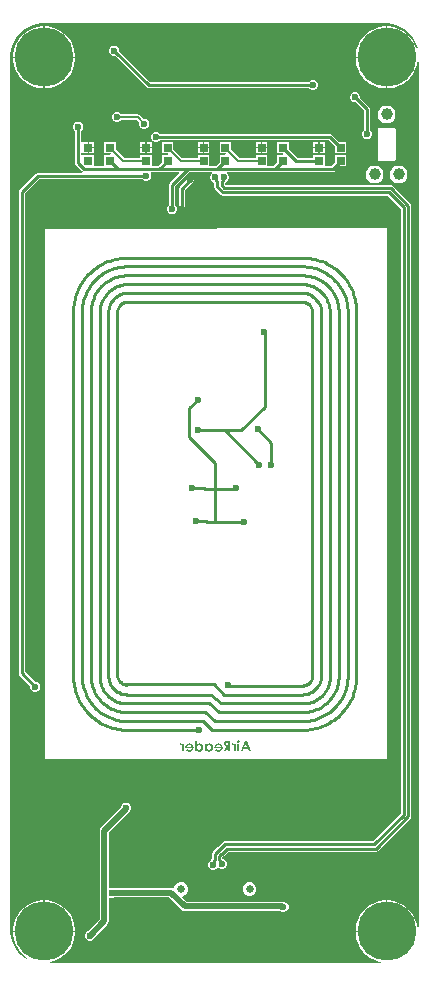
<source format=gbl>
G04*
G04 #@! TF.GenerationSoftware,Altium Limited,Altium Designer,24.3.1 (35)*
G04*
G04 Layer_Physical_Order=2*
G04 Layer_Color=16711680*
%FSLAX26Y26*%
%MOIN*%
G70*
G04*
G04 #@! TF.SameCoordinates,DB0C34DD-40E0-41A4-B204-7B3182439FE1*
G04*
G04*
G04 #@! TF.FilePolarity,Positive*
G04*
G01*
G75*
%ADD12C,0.010000*%
%ADD86C,0.025591*%
%ADD91C,0.020000*%
%ADD93C,0.008000*%
%ADD94C,0.196850*%
%ADD95C,0.039016*%
%ADD96C,0.023622*%
%ADD97R,0.027559X0.027559*%
G36*
X4274522Y4480585D02*
X4288460Y4476850D01*
X4301793Y4471327D01*
X4314289Y4464113D01*
X4325738Y4455328D01*
X4335942Y4445124D01*
X4344727Y4433676D01*
X4351941Y4421179D01*
X4357464Y4407846D01*
X4359104Y4401725D01*
X4354309Y4400305D01*
X4351580Y4408702D01*
X4344190Y4423207D01*
X4334621Y4436377D01*
X4323109Y4447888D01*
X4309939Y4457457D01*
X4295434Y4464848D01*
X4279951Y4469878D01*
X4263872Y4472425D01*
X4258232D01*
Y4369000D01*
Y4265575D01*
X4263872D01*
X4279951Y4268122D01*
X4295434Y4273152D01*
X4309939Y4280543D01*
X4323109Y4290112D01*
X4334621Y4301623D01*
X4344190Y4314793D01*
X4351580Y4329298D01*
X4356611Y4344781D01*
X4358082Y4354072D01*
X4363082Y4353679D01*
Y1470935D01*
X4358082Y1470542D01*
X4356611Y1479833D01*
X4351580Y1495316D01*
X4344190Y1509821D01*
X4334621Y1522991D01*
X4323109Y1534503D01*
X4309939Y1544071D01*
X4295434Y1551462D01*
X4279951Y1556493D01*
X4263872Y1559039D01*
X4258232D01*
Y1455614D01*
X4255732D01*
Y1453114D01*
X4152307D01*
Y1447475D01*
X4154854Y1431395D01*
X4159884Y1415913D01*
X4167275Y1401408D01*
X4176844Y1388237D01*
X4188355Y1376726D01*
X4201526Y1367157D01*
X4216031Y1359766D01*
X4231514Y1354736D01*
X4236679Y1353918D01*
X4236285Y1348918D01*
X3133447D01*
X3133054Y1353918D01*
X3138219Y1354736D01*
X3153702Y1359766D01*
X3168207Y1367157D01*
X3181377Y1376726D01*
X3192888Y1388237D01*
X3202457Y1401408D01*
X3209848Y1415913D01*
X3214878Y1431395D01*
X3217425Y1447475D01*
Y1453114D01*
X3010575D01*
Y1447475D01*
X3013122Y1431395D01*
X3018152Y1415913D01*
X3025543Y1401408D01*
X3035112Y1388237D01*
X3046623Y1376726D01*
X3058300Y1368242D01*
X3055573Y1364043D01*
X3049978Y1367273D01*
X3038530Y1376058D01*
X3028325Y1386262D01*
X3019541Y1397710D01*
X3012326Y1410207D01*
X3006803Y1423540D01*
X3003069Y1437478D01*
X3001185Y1451784D01*
Y1459000D01*
Y4372386D01*
Y4379601D01*
X3003069Y4393908D01*
X3006803Y4407846D01*
X3012326Y4421179D01*
X3019541Y4433675D01*
X3028325Y4445124D01*
X3038530Y4455328D01*
X3049978Y4464113D01*
X3062475Y4471327D01*
X3075807Y4476850D01*
X3089745Y4480585D01*
X3104052Y4482468D01*
X4260215D01*
X4274522Y4480585D01*
D02*
G37*
%LPC*%
G36*
X4253232Y4472425D02*
X4247593D01*
X4231514Y4469878D01*
X4216031Y4464848D01*
X4201526Y4457457D01*
X4188355Y4447888D01*
X4176844Y4436377D01*
X4167275Y4423207D01*
X4159884Y4408702D01*
X4154854Y4393219D01*
X4152307Y4377140D01*
Y4371500D01*
X4253232D01*
Y4472425D01*
D02*
G37*
G36*
X3122140D02*
X3116500D01*
Y4371500D01*
X3217425D01*
Y4377140D01*
X3214878Y4393219D01*
X3209848Y4408702D01*
X3202457Y4423207D01*
X3192888Y4436377D01*
X3181377Y4447888D01*
X3168207Y4457457D01*
X3153702Y4464848D01*
X3138219Y4469878D01*
X3122140Y4472425D01*
D02*
G37*
G36*
X3111500D02*
X3105860D01*
X3089781Y4469878D01*
X3074298Y4464848D01*
X3059793Y4457457D01*
X3046623Y4447888D01*
X3035112Y4436377D01*
X3025543Y4423207D01*
X3018152Y4408702D01*
X3013122Y4393219D01*
X3010575Y4377140D01*
Y4371500D01*
X3111500D01*
Y4472425D01*
D02*
G37*
G36*
X4253232Y4366500D02*
X4152307D01*
Y4360860D01*
X4154854Y4344781D01*
X4159884Y4329298D01*
X4167275Y4314793D01*
X4176844Y4301623D01*
X4188355Y4290112D01*
X4201526Y4280543D01*
X4216031Y4273152D01*
X4231514Y4268122D01*
X4247593Y4265575D01*
X4253232D01*
Y4366500D01*
D02*
G37*
G36*
X3217425D02*
X3116500D01*
Y4265575D01*
X3122140D01*
X3138219Y4268122D01*
X3153702Y4273152D01*
X3168207Y4280543D01*
X3181377Y4290112D01*
X3192888Y4301623D01*
X3202457Y4314793D01*
X3209848Y4329298D01*
X3214878Y4344781D01*
X3217425Y4360860D01*
Y4366500D01*
D02*
G37*
G36*
X3111500D02*
X3010575D01*
Y4360860D01*
X3013122Y4344781D01*
X3018152Y4329298D01*
X3025543Y4314793D01*
X3035112Y4301623D01*
X3046623Y4290112D01*
X3059793Y4280543D01*
X3074298Y4273152D01*
X3089781Y4268122D01*
X3105860Y4265575D01*
X3111500D01*
Y4366500D01*
D02*
G37*
G36*
X3351344Y4408811D02*
X3344656D01*
X3338477Y4406252D01*
X3333748Y4401523D01*
X3331189Y4395344D01*
Y4388656D01*
X3333748Y4382477D01*
X3338477Y4377748D01*
X3344656Y4375189D01*
X3350392D01*
X3455790Y4269790D01*
X3459098Y4267580D01*
X3463000Y4266804D01*
X3996422D01*
X4000477Y4262748D01*
X4006656Y4260189D01*
X4013344D01*
X4019523Y4262748D01*
X4024252Y4267477D01*
X4026811Y4273656D01*
Y4280344D01*
X4024252Y4286523D01*
X4019523Y4291252D01*
X4013344Y4293811D01*
X4006656D01*
X4000477Y4291252D01*
X3996422Y4287196D01*
X3467223D01*
X3364811Y4389608D01*
Y4395344D01*
X3362252Y4401523D01*
X3357523Y4406252D01*
X3351344Y4408811D01*
D02*
G37*
G36*
X4259864Y4208350D02*
X4252136D01*
X4244671Y4206350D01*
X4237979Y4202486D01*
X4232514Y4197021D01*
X4228650Y4190329D01*
X4226650Y4182864D01*
Y4175136D01*
X4228650Y4167671D01*
X4232514Y4160979D01*
X4237979Y4155514D01*
X4244671Y4151650D01*
X4252136Y4149650D01*
X4259864D01*
X4267329Y4151650D01*
X4274021Y4155514D01*
X4279486Y4160979D01*
X4283350Y4167671D01*
X4285350Y4175136D01*
Y4182864D01*
X4283350Y4190329D01*
X4279486Y4197021D01*
X4274021Y4202486D01*
X4267329Y4206350D01*
X4259864Y4208350D01*
D02*
G37*
G36*
X3360344Y4186811D02*
X3353656D01*
X3347477Y4184252D01*
X3342748Y4179523D01*
X3340189Y4173344D01*
Y4166656D01*
X3342748Y4160477D01*
X3347477Y4155748D01*
X3353656Y4153189D01*
X3360344D01*
X3366523Y4155748D01*
X3371252Y4160477D01*
X3371395Y4160824D01*
X3422199D01*
X3431332Y4151690D01*
X3431189Y4151344D01*
Y4144656D01*
X3433748Y4138477D01*
X3438477Y4133748D01*
X3444656Y4131189D01*
X3451344D01*
X3457523Y4133748D01*
X3462252Y4138477D01*
X3464811Y4144656D01*
Y4151344D01*
X3462252Y4157523D01*
X3457523Y4162252D01*
X3451344Y4164811D01*
X3444656D01*
X3444310Y4164667D01*
X3432489Y4176489D01*
X3429512Y4178478D01*
X3426000Y4179176D01*
X3371395D01*
X3371252Y4179523D01*
X3366523Y4184252D01*
X3360344Y4186811D01*
D02*
G37*
G36*
X4154344Y4252811D02*
X4147656D01*
X4141477Y4250252D01*
X4136748Y4245523D01*
X4134189Y4239344D01*
Y4232656D01*
X4136748Y4226477D01*
X4141477Y4221748D01*
X4147656Y4219189D01*
X4153392D01*
X4179804Y4192777D01*
Y4126578D01*
X4175748Y4122523D01*
X4173189Y4116344D01*
Y4109656D01*
X4175748Y4103477D01*
X4180477Y4098748D01*
X4186656Y4096189D01*
X4193344D01*
X4199523Y4098748D01*
X4204252Y4103477D01*
X4206811Y4109656D01*
Y4116344D01*
X4204252Y4122523D01*
X4200196Y4126578D01*
Y4197000D01*
X4199420Y4200902D01*
X4197210Y4204210D01*
X4167811Y4233608D01*
Y4239344D01*
X4165252Y4245523D01*
X4160523Y4250252D01*
X4154344Y4252811D01*
D02*
G37*
G36*
X4049622Y4087433D02*
X4033342D01*
Y4071154D01*
X4049622D01*
Y4087433D01*
D02*
G37*
G36*
X3857622D02*
X3841342D01*
Y4071154D01*
X3857622D01*
Y4087433D01*
D02*
G37*
G36*
X3664622D02*
X3648342D01*
Y4071154D01*
X3664622D01*
Y4087433D01*
D02*
G37*
G36*
X3472622D02*
X3456342D01*
Y4071154D01*
X3472622D01*
Y4087433D01*
D02*
G37*
G36*
X3264342D02*
Y4071154D01*
X3280622D01*
Y4087433D01*
X3264342D01*
D02*
G37*
G36*
X3643342D02*
X3627063D01*
Y4071154D01*
X3643342D01*
Y4087433D01*
D02*
G37*
G36*
X3451342D02*
X3435063D01*
Y4071154D01*
X3451342D01*
Y4087433D01*
D02*
G37*
G36*
X4028342D02*
X4012063D01*
Y4071154D01*
X4028342D01*
Y4087433D01*
D02*
G37*
G36*
X3836342D02*
X3820063D01*
Y4071154D01*
X3836342D01*
Y4087433D01*
D02*
G37*
G36*
X3491344Y4120811D02*
X3484656D01*
X3478477Y4118252D01*
X3473748Y4113523D01*
X3471189Y4107344D01*
Y4100656D01*
X3473748Y4094477D01*
X3478477Y4089748D01*
X3484656Y4087189D01*
X3491344D01*
X3497523Y4089748D01*
X3501578Y4093804D01*
X4063320D01*
X4084110Y4073014D01*
Y4049874D01*
X4121669D01*
Y4087433D01*
X4098529D01*
X4074753Y4111210D01*
X4071445Y4113420D01*
X4067543Y4114196D01*
X3501578D01*
X3497523Y4118252D01*
X3491344Y4120811D01*
D02*
G37*
G36*
X4049622Y4066154D02*
X4033342D01*
Y4049874D01*
X4049622D01*
Y4066154D01*
D02*
G37*
G36*
X4028342D02*
X4012063D01*
Y4049874D01*
X4028342D01*
Y4066154D01*
D02*
G37*
G36*
X3857622D02*
X3841342D01*
Y4049874D01*
X3857622D01*
Y4066154D01*
D02*
G37*
G36*
X3836342D02*
X3820063D01*
Y4049874D01*
X3836342D01*
Y4066154D01*
D02*
G37*
G36*
X3664622D02*
X3648342D01*
Y4049874D01*
X3664622D01*
Y4066154D01*
D02*
G37*
G36*
X3643342D02*
X3627063D01*
Y4049874D01*
X3643342D01*
Y4066154D01*
D02*
G37*
G36*
X3472622D02*
X3456342D01*
Y4049874D01*
X3472622D01*
Y4066154D01*
D02*
G37*
G36*
X3451342D02*
X3435063D01*
Y4049874D01*
X3451342D01*
Y4066154D01*
D02*
G37*
G36*
X3280622D02*
X3264342D01*
Y4049874D01*
X3280622D01*
Y4066154D01*
D02*
G37*
G36*
X4281000Y4134474D02*
X4230969D01*
X4227142Y4132889D01*
X4225557Y4129062D01*
Y4029000D01*
X4227142Y4025173D01*
X4230969Y4023588D01*
X4281000D01*
X4284827Y4025173D01*
X4286412Y4029000D01*
Y4129062D01*
X4284827Y4132889D01*
X4281000Y4134474D01*
D02*
G37*
G36*
X4299864Y4008350D02*
X4292136D01*
X4284671Y4006350D01*
X4277979Y4002486D01*
X4272514Y3997021D01*
X4268650Y3990329D01*
X4266650Y3982864D01*
Y3975136D01*
X4268650Y3967671D01*
X4272514Y3960979D01*
X4277979Y3955514D01*
X4284671Y3951650D01*
X4292136Y3949650D01*
X4299864D01*
X4307329Y3951650D01*
X4314021Y3955514D01*
X4319486Y3960979D01*
X4323350Y3967671D01*
X4325350Y3975136D01*
Y3982864D01*
X4323350Y3990329D01*
X4319486Y3997021D01*
X4314021Y4002486D01*
X4307329Y4006350D01*
X4299864Y4008350D01*
D02*
G37*
G36*
X4219864D02*
X4212136D01*
X4204671Y4006350D01*
X4197979Y4002486D01*
X4192514Y3997021D01*
X4188650Y3990329D01*
X4186650Y3982864D01*
Y3975136D01*
X4188650Y3967671D01*
X4192514Y3960979D01*
X4197979Y3955514D01*
X4204671Y3951650D01*
X4212136Y3949650D01*
X4219864D01*
X4227329Y3951650D01*
X4234021Y3955514D01*
X4239486Y3960979D01*
X4243350Y3967671D01*
X4245350Y3975136D01*
Y3982864D01*
X4243350Y3990329D01*
X4239486Y3997021D01*
X4234021Y4002486D01*
X4227329Y4006350D01*
X4219864Y4008350D01*
D02*
G37*
G36*
X3602000Y3969196D02*
X3598098Y3968420D01*
X3594790Y3966210D01*
X3566790Y3938210D01*
X3564580Y3934902D01*
X3563804Y3931000D01*
Y3864000D01*
X3564580Y3860098D01*
X3566790Y3856790D01*
X3570098Y3854580D01*
X3574000Y3853804D01*
X3577902Y3854580D01*
X3581210Y3856790D01*
X3583420Y3860098D01*
X3584196Y3864000D01*
Y3926777D01*
X3609210Y3951790D01*
X3611420Y3955098D01*
X3612196Y3959000D01*
X3611420Y3962902D01*
X3609210Y3966210D01*
X3605902Y3968420D01*
X3602000Y3969196D01*
D02*
G37*
G36*
X4257000Y3798893D02*
X3116213Y3797893D01*
Y2028893D01*
X4256213D01*
X4257000Y2049106D01*
Y3798893D01*
D02*
G37*
G36*
X3231344Y4154811D02*
X3224656D01*
X3218477Y4152252D01*
X3213748Y4147523D01*
X3211189Y4141344D01*
Y4134656D01*
X3213748Y4128477D01*
X3217804Y4124422D01*
Y4017488D01*
X3218580Y4013586D01*
X3220790Y4010278D01*
X3240278Y3990790D01*
X3242664Y3989196D01*
X3242014Y3984648D01*
X3241833Y3984196D01*
X3094000D01*
X3090098Y3983420D01*
X3086790Y3981210D01*
X3031790Y3926210D01*
X3029580Y3922902D01*
X3028804Y3919000D01*
Y2318000D01*
X3029580Y2314098D01*
X3031790Y2310790D01*
X3068189Y2274392D01*
Y2268656D01*
X3070748Y2262477D01*
X3075477Y2257748D01*
X3081656Y2255189D01*
X3088344D01*
X3094523Y2257748D01*
X3099252Y2262477D01*
X3101811Y2268656D01*
Y2275344D01*
X3099252Y2281523D01*
X3094523Y2286252D01*
X3088344Y2288811D01*
X3082608D01*
X3049196Y2322223D01*
Y3914777D01*
X3098223Y3963804D01*
X3441422D01*
X3445477Y3959748D01*
X3451656Y3957189D01*
X3458344D01*
X3464523Y3959748D01*
X3469252Y3964477D01*
X3471811Y3970656D01*
Y3977344D01*
X3469549Y3982804D01*
X3471503Y3987804D01*
X3563395D01*
X3565309Y3983185D01*
X3533790Y3951666D01*
X3531580Y3948359D01*
X3530804Y3944457D01*
Y3876578D01*
X3526748Y3872523D01*
X3524189Y3866344D01*
Y3859656D01*
X3526748Y3853477D01*
X3531477Y3848748D01*
X3537656Y3846189D01*
X3544344D01*
X3550523Y3848748D01*
X3555252Y3853477D01*
X3557811Y3859656D01*
Y3866344D01*
X3555252Y3872523D01*
X3551196Y3876578D01*
Y3940234D01*
X3598766Y3987804D01*
X3673454D01*
X3674723Y3984886D01*
X3674987Y3982804D01*
X3670705Y3978523D01*
X3668146Y3972344D01*
Y3965656D01*
X3670705Y3959477D01*
X3675434Y3954748D01*
X3681572Y3952206D01*
Y3936133D01*
X3682348Y3932231D01*
X3684558Y3928924D01*
X3701691Y3911790D01*
X3704999Y3909580D01*
X3708901Y3908804D01*
X4258777D01*
X4302804Y3864777D01*
Y1849437D01*
X4210564Y1757196D01*
X3717088D01*
X3713186Y1756420D01*
X3709878Y1754210D01*
X3693032Y1737363D01*
X3691963Y1736649D01*
X3676105Y1720791D01*
X3673895Y1717483D01*
X3673119Y1713582D01*
Y1698801D01*
X3671511Y1696394D01*
X3670928Y1693463D01*
X3668801Y1692582D01*
X3664072Y1687853D01*
X3661513Y1681675D01*
Y1674987D01*
X3664072Y1668808D01*
X3668801Y1664079D01*
X3674980Y1661520D01*
X3681668D01*
X3687847Y1664079D01*
X3690242Y1666474D01*
X3696815Y1666972D01*
X3697324Y1666463D01*
X3703503Y1663904D01*
X3710191D01*
X3716369Y1666463D01*
X3721098Y1671192D01*
X3723658Y1677371D01*
Y1684059D01*
X3721098Y1690237D01*
X3716369Y1694966D01*
X3710191Y1697526D01*
X3708511D01*
Y1703145D01*
X3711881Y1706516D01*
X3712950Y1707230D01*
X3727524Y1721804D01*
X4221000D01*
X4224902Y1722580D01*
X4228210Y1724790D01*
X4335210Y1831790D01*
X4337420Y1835098D01*
X4338196Y1839000D01*
Y3875213D01*
X4337420Y3879115D01*
X4335210Y3882423D01*
X4276423Y3941210D01*
X4273115Y3943420D01*
X4269213Y3944196D01*
X3719338D01*
X3716964Y3946570D01*
Y3952206D01*
X3723101Y3954748D01*
X3727830Y3959477D01*
X3730390Y3965656D01*
Y3972344D01*
X3727830Y3978523D01*
X3723549Y3982804D01*
X3723812Y3984886D01*
X3725082Y3987804D01*
X4075543D01*
X4079445Y3988580D01*
X4082753Y3990790D01*
X4098529Y4006567D01*
X4121669D01*
Y4044126D01*
X4084110D01*
Y4020986D01*
X4071320Y4008196D01*
X4049622D01*
Y4044126D01*
X4012063D01*
Y4035542D01*
X3958420D01*
X3929669Y4064293D01*
Y4087433D01*
X3892110D01*
Y4049874D01*
X3911434D01*
X3911934Y4049126D01*
X3909261Y4044126D01*
X3892110D01*
Y4020986D01*
X3879320Y4008196D01*
X3857622D01*
Y4044126D01*
X3820063D01*
Y4034523D01*
X3764998D01*
X3736669Y4062851D01*
Y4087433D01*
X3699110D01*
Y4049874D01*
X3719876D01*
X3720376Y4049126D01*
X3717703Y4044126D01*
X3699110D01*
Y4020986D01*
X3686320Y4008196D01*
X3664622D01*
Y4044126D01*
X3627063D01*
Y4034523D01*
X3572998D01*
X3544669Y4062851D01*
Y4087433D01*
X3507110D01*
Y4049874D01*
X3527876D01*
X3528376Y4049126D01*
X3525703Y4044126D01*
X3507110D01*
Y4020986D01*
X3494320Y4008196D01*
X3472622D01*
Y4044126D01*
X3435063D01*
Y4034523D01*
X3380998D01*
X3352669Y4062851D01*
Y4087433D01*
X3315110D01*
Y4049874D01*
X3335876D01*
X3336376Y4049126D01*
X3333703Y4044126D01*
X3315110D01*
Y4008196D01*
X3280622D01*
Y4044126D01*
X3243063D01*
Y4044126D01*
X3238196Y4044447D01*
Y4049553D01*
X3243063Y4049874D01*
X3243196Y4049874D01*
X3259342D01*
Y4068654D01*
Y4087433D01*
X3243196D01*
X3243063Y4087433D01*
X3238196Y4087754D01*
Y4124422D01*
X3242252Y4128477D01*
X3244811Y4134656D01*
Y4141344D01*
X3242252Y4147523D01*
X3237523Y4152252D01*
X3231344Y4154811D01*
D02*
G37*
G36*
X3803282Y1619197D02*
X3794277D01*
X3785956Y1615751D01*
X3779588Y1609382D01*
X3776142Y1601062D01*
Y1592056D01*
X3779588Y1583736D01*
X3785956Y1577368D01*
X3794277Y1573921D01*
X3803282D01*
X3811603Y1577368D01*
X3817971Y1583736D01*
X3821417Y1592056D01*
Y1601062D01*
X3817971Y1609382D01*
X3811603Y1615751D01*
X3803282Y1619197D01*
D02*
G37*
G36*
X3390344Y1884811D02*
X3383656D01*
X3377477Y1882252D01*
X3372748Y1877523D01*
X3370189Y1871344D01*
Y1869818D01*
X3303375Y1803003D01*
X3300059Y1798042D01*
X3298895Y1792189D01*
Y1495524D01*
X3261140Y1457769D01*
X3257477Y1456252D01*
X3252748Y1451523D01*
X3250189Y1445344D01*
Y1438656D01*
X3252748Y1432477D01*
X3257477Y1427748D01*
X3263656Y1425189D01*
X3270344D01*
X3276523Y1427748D01*
X3281252Y1432477D01*
X3282769Y1436140D01*
X3325003Y1478375D01*
X3328319Y1483336D01*
X3329483Y1489189D01*
Y1566210D01*
X3334483Y1569503D01*
X3337656Y1568189D01*
X3344344D01*
X3348006Y1569706D01*
X3530288D01*
X3571808Y1528186D01*
X3576770Y1524870D01*
X3582623Y1523706D01*
X3901520D01*
X3902477Y1522748D01*
X3908656Y1520189D01*
X3915344D01*
X3921523Y1522748D01*
X3926252Y1527477D01*
X3928811Y1533656D01*
Y1540344D01*
X3926252Y1546523D01*
X3921523Y1551252D01*
X3915344Y1553811D01*
X3909428D01*
X3907000Y1554294D01*
X3588958D01*
X3573950Y1569302D01*
X3576203Y1574120D01*
X3584044Y1577368D01*
X3590412Y1583736D01*
X3593858Y1592056D01*
Y1601062D01*
X3590412Y1609382D01*
X3584044Y1615751D01*
X3575723Y1619197D01*
X3566718D01*
X3558397Y1615751D01*
X3552029Y1609382D01*
X3548583Y1601062D01*
X3543583Y1598390D01*
X3542476Y1599130D01*
X3536623Y1600294D01*
X3348006D01*
X3344344Y1601811D01*
X3337656D01*
X3334483Y1600497D01*
X3329483Y1603790D01*
Y1785854D01*
X3397814Y1854186D01*
X3399535Y1856761D01*
X3401252Y1858477D01*
X3403811Y1864656D01*
Y1871344D01*
X3401252Y1877523D01*
X3396523Y1882252D01*
X3390344Y1884811D01*
D02*
G37*
G36*
X4253232Y1559039D02*
X4247593D01*
X4231514Y1556493D01*
X4216031Y1551462D01*
X4201526Y1544071D01*
X4188355Y1534503D01*
X4176844Y1522991D01*
X4167275Y1509821D01*
X4159884Y1495316D01*
X4154854Y1479833D01*
X4152307Y1463754D01*
Y1458114D01*
X4253232D01*
Y1559039D01*
D02*
G37*
G36*
X3122140D02*
X3116500D01*
Y1458114D01*
X3217425D01*
Y1463754D01*
X3214878Y1479833D01*
X3209848Y1495316D01*
X3202457Y1509821D01*
X3192888Y1522991D01*
X3181377Y1534503D01*
X3168207Y1544071D01*
X3153702Y1551462D01*
X3138219Y1556493D01*
X3122140Y1559039D01*
D02*
G37*
G36*
X3111500D02*
X3105860D01*
X3089781Y1556493D01*
X3074298Y1551462D01*
X3059793Y1544071D01*
X3046623Y1534503D01*
X3035112Y1522991D01*
X3025543Y1509821D01*
X3018152Y1495316D01*
X3013122Y1479833D01*
X3010575Y1463754D01*
Y1458114D01*
X3111500D01*
Y1559039D01*
D02*
G37*
%LPD*%
G36*
X3762005Y2092720D02*
X3762318Y2092683D01*
X3762612Y2092628D01*
X3762888Y2092554D01*
X3763403Y2092352D01*
X3763624Y2092242D01*
X3763845Y2092131D01*
X3764029Y2092002D01*
X3764194Y2091892D01*
X3764342Y2091800D01*
X3764452Y2091708D01*
X3764544Y2091616D01*
X3764618Y2091561D01*
X3764654Y2091524D01*
X3764673Y2091506D01*
X3764894Y2091266D01*
X3765078Y2091027D01*
X3765243Y2090770D01*
X3765372Y2090512D01*
X3765501Y2090273D01*
X3765593Y2090015D01*
X3765740Y2089555D01*
X3765777Y2089334D01*
X3765814Y2089150D01*
X3765850Y2088966D01*
X3765869Y2088819D01*
X3765887Y2088690D01*
Y2088598D01*
Y2088543D01*
Y2088525D01*
X3765869Y2088194D01*
X3765832Y2087881D01*
X3765777Y2087568D01*
X3765685Y2087292D01*
X3765593Y2087016D01*
X3765501Y2086758D01*
X3765390Y2086519D01*
X3765262Y2086317D01*
X3765151Y2086114D01*
X3765041Y2085949D01*
X3764949Y2085802D01*
X3764838Y2085673D01*
X3764765Y2085581D01*
X3764710Y2085507D01*
X3764673Y2085470D01*
X3764654Y2085452D01*
X3764415Y2085231D01*
X3764158Y2085029D01*
X3763918Y2084863D01*
X3763661Y2084716D01*
X3763403Y2084587D01*
X3763146Y2084495D01*
X3762906Y2084403D01*
X3762667Y2084348D01*
X3762465Y2084293D01*
X3762262Y2084256D01*
X3762078Y2084219D01*
X3761931Y2084201D01*
X3761802Y2084182D01*
X3761637D01*
X3761324Y2084201D01*
X3761011Y2084238D01*
X3760735Y2084293D01*
X3760459Y2084385D01*
X3759944Y2084569D01*
X3759723Y2084679D01*
X3759521Y2084808D01*
X3759337Y2084918D01*
X3759171Y2085029D01*
X3759024Y2085121D01*
X3758914Y2085231D01*
X3758822Y2085305D01*
X3758748Y2085360D01*
X3758711Y2085397D01*
X3758693Y2085415D01*
X3758472Y2085654D01*
X3758288Y2085912D01*
X3758122Y2086151D01*
X3757975Y2086409D01*
X3757865Y2086666D01*
X3757754Y2086924D01*
X3757607Y2087402D01*
X3757570Y2087605D01*
X3757534Y2087807D01*
X3757497Y2087991D01*
X3757478Y2088138D01*
X3757460Y2088267D01*
Y2088359D01*
Y2088414D01*
Y2088433D01*
X3757478Y2088764D01*
X3757515Y2089077D01*
X3757570Y2089371D01*
X3757662Y2089666D01*
X3757754Y2089923D01*
X3757846Y2090181D01*
X3757975Y2090402D01*
X3758086Y2090622D01*
X3758196Y2090806D01*
X3758306Y2090972D01*
X3758417Y2091119D01*
X3758509Y2091248D01*
X3758601Y2091340D01*
X3758656Y2091414D01*
X3758693Y2091450D01*
X3758711Y2091469D01*
X3758950Y2091690D01*
X3759190Y2091892D01*
X3759447Y2092058D01*
X3759705Y2092205D01*
X3759962Y2092334D01*
X3760202Y2092426D01*
X3760441Y2092518D01*
X3760662Y2092573D01*
X3760882Y2092628D01*
X3761085Y2092665D01*
X3761250Y2092702D01*
X3761398Y2092720D01*
X3761526Y2092738D01*
X3761692D01*
X3762005Y2092720D01*
D02*
G37*
G36*
X3665644Y2082582D02*
X3666104Y2082563D01*
X3666564Y2082508D01*
X3667006Y2082434D01*
X3667870Y2082232D01*
X3668698Y2081993D01*
X3669471Y2081698D01*
X3670189Y2081367D01*
X3670851Y2081018D01*
X3671458Y2080650D01*
X3672010Y2080282D01*
X3672489Y2079932D01*
X3672912Y2079601D01*
X3673262Y2079306D01*
X3673409Y2079178D01*
X3673538Y2079067D01*
X3673648Y2078957D01*
X3673740Y2078865D01*
X3673814Y2078791D01*
X3673869Y2078736D01*
X3673887Y2078718D01*
X3673906Y2078699D01*
X3674237Y2078331D01*
X3674531Y2077945D01*
X3674826Y2077558D01*
X3675083Y2077154D01*
X3675341Y2076749D01*
X3675562Y2076344D01*
X3675985Y2075498D01*
X3676334Y2074670D01*
X3676610Y2073842D01*
X3676850Y2073032D01*
X3677052Y2072259D01*
X3677199Y2071542D01*
X3677310Y2070879D01*
X3677346Y2070566D01*
X3677383Y2070272D01*
X3677420Y2069996D01*
X3677438Y2069757D01*
X3677457Y2069536D01*
X3677475Y2069334D01*
Y2069150D01*
X3677494Y2069021D01*
Y2068892D01*
Y2068818D01*
Y2068763D01*
Y2068745D01*
X3677475Y2068193D01*
X3677457Y2067659D01*
X3677402Y2067144D01*
X3677328Y2066647D01*
X3677144Y2065654D01*
X3676905Y2064734D01*
X3676629Y2063869D01*
X3676316Y2063059D01*
X3675985Y2062323D01*
X3675635Y2061642D01*
X3675286Y2061035D01*
X3675120Y2060759D01*
X3674954Y2060502D01*
X3674789Y2060244D01*
X3674642Y2060023D01*
X3674494Y2059821D01*
X3674366Y2059637D01*
X3674237Y2059490D01*
X3674126Y2059342D01*
X3674016Y2059214D01*
X3673942Y2059122D01*
X3673869Y2059048D01*
X3673814Y2058993D01*
X3673795Y2058956D01*
X3673777Y2058938D01*
X3673427Y2058588D01*
X3673059Y2058238D01*
X3672691Y2057926D01*
X3672323Y2057631D01*
X3671955Y2057374D01*
X3671587Y2057116D01*
X3671201Y2056877D01*
X3670833Y2056656D01*
X3670078Y2056288D01*
X3669361Y2055957D01*
X3668643Y2055699D01*
X3667981Y2055497D01*
X3667355Y2055331D01*
X3666766Y2055202D01*
X3666251Y2055129D01*
X3666030Y2055092D01*
X3665810Y2055055D01*
X3665626Y2055037D01*
X3665460Y2055018D01*
X3665313D01*
X3665184Y2055000D01*
X3664963D01*
X3664540Y2055018D01*
X3664135Y2055037D01*
X3663344Y2055129D01*
X3662994Y2055184D01*
X3662645Y2055258D01*
X3662314Y2055331D01*
X3662019Y2055405D01*
X3661743Y2055478D01*
X3661504Y2055534D01*
X3661283Y2055607D01*
X3661099Y2055662D01*
X3660952Y2055718D01*
X3660860Y2055754D01*
X3660786Y2055791D01*
X3660768D01*
X3660400Y2055957D01*
X3660032Y2056141D01*
X3659333Y2056546D01*
X3658689Y2056987D01*
X3658376Y2057190D01*
X3658100Y2057410D01*
X3657842Y2057613D01*
X3657603Y2057797D01*
X3657401Y2057981D01*
X3657217Y2058128D01*
X3657070Y2058257D01*
X3656978Y2058349D01*
X3656904Y2058404D01*
X3656886Y2058422D01*
Y2055662D01*
X3650317D01*
Y2081919D01*
X3656886D01*
Y2079030D01*
X3657217Y2079362D01*
X3657548Y2079656D01*
X3657879Y2079932D01*
X3658229Y2080208D01*
X3658542Y2080447D01*
X3658873Y2080668D01*
X3659167Y2080852D01*
X3659462Y2081036D01*
X3659719Y2081183D01*
X3659958Y2081330D01*
X3660179Y2081441D01*
X3660363Y2081533D01*
X3660510Y2081606D01*
X3660621Y2081662D01*
X3660694Y2081680D01*
X3660713Y2081698D01*
X3661099Y2081864D01*
X3661504Y2081993D01*
X3661890Y2082122D01*
X3662277Y2082214D01*
X3663031Y2082379D01*
X3663381Y2082434D01*
X3663712Y2082490D01*
X3664025Y2082526D01*
X3664301Y2082545D01*
X3664558Y2082582D01*
X3664761D01*
X3664926Y2082600D01*
X3665166D01*
X3665644Y2082582D01*
D02*
G37*
G36*
X3696114D02*
X3696648Y2082563D01*
X3697163Y2082508D01*
X3697678Y2082434D01*
X3698635Y2082232D01*
X3699555Y2081974D01*
X3700420Y2081680D01*
X3701211Y2081349D01*
X3701947Y2080981D01*
X3702628Y2080613D01*
X3703235Y2080245D01*
X3703511Y2080061D01*
X3703750Y2079877D01*
X3703990Y2079711D01*
X3704210Y2079546D01*
X3704413Y2079398D01*
X3704597Y2079251D01*
X3704762Y2079122D01*
X3704891Y2078994D01*
X3705020Y2078883D01*
X3705112Y2078791D01*
X3705186Y2078718D01*
X3705259Y2078662D01*
X3705278Y2078644D01*
X3705296Y2078626D01*
X3705646Y2078239D01*
X3705977Y2077853D01*
X3706290Y2077466D01*
X3706566Y2077062D01*
X3706842Y2076638D01*
X3707081Y2076234D01*
X3707320Y2075810D01*
X3707522Y2075387D01*
X3707909Y2074541D01*
X3708222Y2073713D01*
X3708479Y2072903D01*
X3708682Y2072149D01*
X3708829Y2071413D01*
X3708958Y2070750D01*
X3708994Y2070438D01*
X3709050Y2070143D01*
X3709068Y2069886D01*
X3709105Y2069646D01*
X3709123Y2069407D01*
X3709142Y2069223D01*
Y2069039D01*
X3709160Y2068910D01*
Y2068782D01*
Y2068708D01*
Y2068653D01*
Y2068634D01*
X3709142Y2068101D01*
X3709123Y2067567D01*
X3709068Y2067034D01*
X3708994Y2066537D01*
X3708792Y2065562D01*
X3708553Y2064642D01*
X3708258Y2063777D01*
X3707927Y2062986D01*
X3707578Y2062231D01*
X3707210Y2061569D01*
X3706860Y2060962D01*
X3706676Y2060686D01*
X3706510Y2060428D01*
X3706345Y2060189D01*
X3706179Y2059968D01*
X3706032Y2059766D01*
X3705885Y2059582D01*
X3705756Y2059416D01*
X3705627Y2059287D01*
X3705535Y2059158D01*
X3705443Y2059066D01*
X3705370Y2058993D01*
X3705314Y2058919D01*
X3705296Y2058901D01*
X3705278Y2058882D01*
X3704910Y2058533D01*
X3704523Y2058202D01*
X3704137Y2057889D01*
X3703732Y2057594D01*
X3703327Y2057337D01*
X3702904Y2057079D01*
X3702481Y2056858D01*
X3702058Y2056638D01*
X3701230Y2056270D01*
X3700383Y2055957D01*
X3699574Y2055699D01*
X3698782Y2055478D01*
X3698046Y2055331D01*
X3697366Y2055202D01*
X3697053Y2055166D01*
X3696758Y2055110D01*
X3696482Y2055092D01*
X3696243Y2055055D01*
X3696004Y2055037D01*
X3695802Y2055018D01*
X3695636D01*
X3695489Y2055000D01*
X3695213D01*
X3694477Y2055018D01*
X3693778Y2055055D01*
X3693097Y2055129D01*
X3692471Y2055221D01*
X3691864Y2055331D01*
X3691294Y2055442D01*
X3690778Y2055570D01*
X3690282Y2055699D01*
X3689858Y2055828D01*
X3689472Y2055957D01*
X3689141Y2056067D01*
X3688865Y2056178D01*
X3688644Y2056270D01*
X3688478Y2056343D01*
X3688386Y2056380D01*
X3688350Y2056398D01*
X3687816Y2056674D01*
X3687301Y2056987D01*
X3686804Y2057318D01*
X3686344Y2057668D01*
X3685902Y2058018D01*
X3685498Y2058386D01*
X3685111Y2058754D01*
X3684762Y2059103D01*
X3684449Y2059434D01*
X3684173Y2059729D01*
X3683934Y2060023D01*
X3683731Y2060262D01*
X3683566Y2060465D01*
X3683455Y2060612D01*
X3683382Y2060704D01*
X3683363Y2060741D01*
X3688920Y2063354D01*
X3689435Y2062894D01*
X3689950Y2062507D01*
X3690484Y2062158D01*
X3691036Y2061863D01*
X3691570Y2061624D01*
X3692085Y2061403D01*
X3692600Y2061238D01*
X3693078Y2061109D01*
X3693538Y2060998D01*
X3693962Y2060906D01*
X3694330Y2060851D01*
X3694642Y2060814D01*
X3694900Y2060796D01*
X3695102Y2060778D01*
X3695268D01*
X3695838Y2060796D01*
X3696372Y2060851D01*
X3696887Y2060925D01*
X3697366Y2061035D01*
X3697807Y2061164D01*
X3698230Y2061293D01*
X3698617Y2061440D01*
X3698966Y2061606D01*
X3699279Y2061753D01*
X3699555Y2061900D01*
X3699794Y2062029D01*
X3699978Y2062158D01*
X3700144Y2062268D01*
X3700254Y2062342D01*
X3700328Y2062397D01*
X3700346Y2062415D01*
X3700696Y2062746D01*
X3701027Y2063078D01*
X3701303Y2063446D01*
X3701561Y2063814D01*
X3701800Y2064182D01*
X3702002Y2064550D01*
X3702168Y2064918D01*
X3702315Y2065267D01*
X3702444Y2065598D01*
X3702536Y2065911D01*
X3702628Y2066187D01*
X3702683Y2066426D01*
X3702738Y2066610D01*
X3702775Y2066758D01*
X3702794Y2066850D01*
Y2066886D01*
X3681615D01*
X3681597Y2068138D01*
X3681615Y2068745D01*
X3681634Y2069334D01*
X3681689Y2069904D01*
X3681762Y2070456D01*
X3681946Y2071523D01*
X3682204Y2072517D01*
X3682498Y2073455D01*
X3682830Y2074320D01*
X3682995Y2074725D01*
X3683179Y2075111D01*
X3683363Y2075479D01*
X3683529Y2075829D01*
X3683713Y2076160D01*
X3683897Y2076473D01*
X3684081Y2076749D01*
X3684246Y2077025D01*
X3684412Y2077282D01*
X3684578Y2077503D01*
X3684725Y2077724D01*
X3684872Y2077908D01*
X3685001Y2078074D01*
X3685111Y2078221D01*
X3685222Y2078350D01*
X3685314Y2078442D01*
X3685387Y2078515D01*
X3685442Y2078589D01*
X3685461Y2078607D01*
X3685479Y2078626D01*
X3685847Y2078994D01*
X3686234Y2079325D01*
X3686620Y2079638D01*
X3687025Y2079932D01*
X3687430Y2080208D01*
X3687853Y2080466D01*
X3688276Y2080705D01*
X3688699Y2080926D01*
X3689546Y2081312D01*
X3690374Y2081625D01*
X3691202Y2081901D01*
X3691993Y2082103D01*
X3692729Y2082269D01*
X3693410Y2082398D01*
X3693722Y2082434D01*
X3694017Y2082471D01*
X3694293Y2082508D01*
X3694550Y2082545D01*
X3694771Y2082563D01*
X3694974Y2082582D01*
X3695158D01*
X3695305Y2082600D01*
X3695581D01*
X3696114Y2082582D01*
D02*
G37*
G36*
X3599183D02*
X3599717Y2082563D01*
X3600232Y2082508D01*
X3600747Y2082434D01*
X3601704Y2082232D01*
X3602624Y2081974D01*
X3603489Y2081680D01*
X3604280Y2081349D01*
X3605016Y2080981D01*
X3605697Y2080613D01*
X3606304Y2080245D01*
X3606580Y2080061D01*
X3606819Y2079877D01*
X3607058Y2079711D01*
X3607279Y2079546D01*
X3607482Y2079398D01*
X3607666Y2079251D01*
X3607831Y2079122D01*
X3607960Y2078994D01*
X3608089Y2078883D01*
X3608181Y2078791D01*
X3608254Y2078718D01*
X3608328Y2078662D01*
X3608346Y2078644D01*
X3608365Y2078626D01*
X3608714Y2078239D01*
X3609046Y2077853D01*
X3609358Y2077466D01*
X3609634Y2077062D01*
X3609910Y2076638D01*
X3610150Y2076234D01*
X3610389Y2075810D01*
X3610591Y2075387D01*
X3610978Y2074541D01*
X3611290Y2073713D01*
X3611548Y2072903D01*
X3611750Y2072149D01*
X3611898Y2071413D01*
X3612026Y2070750D01*
X3612063Y2070438D01*
X3612118Y2070143D01*
X3612137Y2069886D01*
X3612174Y2069646D01*
X3612192Y2069407D01*
X3612210Y2069223D01*
Y2069039D01*
X3612229Y2068910D01*
Y2068782D01*
Y2068708D01*
Y2068653D01*
Y2068634D01*
X3612210Y2068101D01*
X3612192Y2067567D01*
X3612137Y2067034D01*
X3612063Y2066537D01*
X3611861Y2065562D01*
X3611622Y2064642D01*
X3611327Y2063777D01*
X3610996Y2062986D01*
X3610646Y2062231D01*
X3610278Y2061569D01*
X3609929Y2060962D01*
X3609745Y2060686D01*
X3609579Y2060428D01*
X3609414Y2060189D01*
X3609248Y2059968D01*
X3609101Y2059766D01*
X3608954Y2059582D01*
X3608825Y2059416D01*
X3608696Y2059287D01*
X3608604Y2059158D01*
X3608512Y2059066D01*
X3608438Y2058993D01*
X3608383Y2058919D01*
X3608365Y2058901D01*
X3608346Y2058882D01*
X3607978Y2058533D01*
X3607592Y2058202D01*
X3607206Y2057889D01*
X3606801Y2057594D01*
X3606396Y2057337D01*
X3605973Y2057079D01*
X3605550Y2056858D01*
X3605126Y2056638D01*
X3604298Y2056270D01*
X3603452Y2055957D01*
X3602642Y2055699D01*
X3601851Y2055478D01*
X3601115Y2055331D01*
X3600434Y2055202D01*
X3600122Y2055166D01*
X3599827Y2055110D01*
X3599551Y2055092D01*
X3599312Y2055055D01*
X3599073Y2055037D01*
X3598870Y2055018D01*
X3598705D01*
X3598558Y2055000D01*
X3598282D01*
X3597546Y2055018D01*
X3596846Y2055055D01*
X3596166Y2055129D01*
X3595540Y2055221D01*
X3594933Y2055331D01*
X3594362Y2055442D01*
X3593847Y2055570D01*
X3593350Y2055699D01*
X3592927Y2055828D01*
X3592541Y2055957D01*
X3592210Y2056067D01*
X3591934Y2056178D01*
X3591713Y2056270D01*
X3591547Y2056343D01*
X3591455Y2056380D01*
X3591418Y2056398D01*
X3590885Y2056674D01*
X3590370Y2056987D01*
X3589873Y2057318D01*
X3589413Y2057668D01*
X3588971Y2058018D01*
X3588566Y2058386D01*
X3588180Y2058754D01*
X3587830Y2059103D01*
X3587518Y2059434D01*
X3587242Y2059729D01*
X3587002Y2060023D01*
X3586800Y2060262D01*
X3586634Y2060465D01*
X3586524Y2060612D01*
X3586450Y2060704D01*
X3586432Y2060741D01*
X3591989Y2063354D01*
X3592504Y2062894D01*
X3593019Y2062507D01*
X3593553Y2062158D01*
X3594105Y2061863D01*
X3594638Y2061624D01*
X3595154Y2061403D01*
X3595669Y2061238D01*
X3596147Y2061109D01*
X3596607Y2060998D01*
X3597030Y2060906D01*
X3597398Y2060851D01*
X3597711Y2060814D01*
X3597969Y2060796D01*
X3598171Y2060778D01*
X3598337D01*
X3598907Y2060796D01*
X3599441Y2060851D01*
X3599956Y2060925D01*
X3600434Y2061035D01*
X3600876Y2061164D01*
X3601299Y2061293D01*
X3601686Y2061440D01*
X3602035Y2061606D01*
X3602348Y2061753D01*
X3602624Y2061900D01*
X3602863Y2062029D01*
X3603047Y2062158D01*
X3603213Y2062268D01*
X3603323Y2062342D01*
X3603397Y2062397D01*
X3603415Y2062415D01*
X3603765Y2062746D01*
X3604096Y2063078D01*
X3604372Y2063446D01*
X3604630Y2063814D01*
X3604869Y2064182D01*
X3605071Y2064550D01*
X3605237Y2064918D01*
X3605384Y2065267D01*
X3605513Y2065598D01*
X3605605Y2065911D01*
X3605697Y2066187D01*
X3605752Y2066426D01*
X3605807Y2066610D01*
X3605844Y2066758D01*
X3605862Y2066850D01*
Y2066886D01*
X3584684D01*
X3584666Y2068138D01*
X3584684Y2068745D01*
X3584702Y2069334D01*
X3584758Y2069904D01*
X3584831Y2070456D01*
X3585015Y2071523D01*
X3585273Y2072517D01*
X3585567Y2073455D01*
X3585898Y2074320D01*
X3586064Y2074725D01*
X3586248Y2075111D01*
X3586432Y2075479D01*
X3586598Y2075829D01*
X3586782Y2076160D01*
X3586966Y2076473D01*
X3587150Y2076749D01*
X3587315Y2077025D01*
X3587481Y2077282D01*
X3587646Y2077503D01*
X3587794Y2077724D01*
X3587941Y2077908D01*
X3588070Y2078074D01*
X3588180Y2078221D01*
X3588290Y2078350D01*
X3588382Y2078442D01*
X3588456Y2078515D01*
X3588511Y2078589D01*
X3588530Y2078607D01*
X3588548Y2078626D01*
X3588916Y2078994D01*
X3589302Y2079325D01*
X3589689Y2079638D01*
X3590094Y2079932D01*
X3590498Y2080208D01*
X3590922Y2080466D01*
X3591345Y2080705D01*
X3591768Y2080926D01*
X3592614Y2081312D01*
X3593442Y2081625D01*
X3594270Y2081901D01*
X3595062Y2082103D01*
X3595798Y2082269D01*
X3596478Y2082398D01*
X3596791Y2082434D01*
X3597086Y2082471D01*
X3597362Y2082508D01*
X3597619Y2082545D01*
X3597840Y2082563D01*
X3598042Y2082582D01*
X3598226D01*
X3598374Y2082600D01*
X3598650D01*
X3599183Y2082582D01*
D02*
G37*
G36*
X3803000Y2055662D02*
X3795971D01*
X3793082Y2062967D01*
X3778602D01*
X3775823Y2055662D01*
X3768794D01*
X3782466Y2091156D01*
X3789310D01*
X3803000Y2055662D01*
D02*
G37*
G36*
X3765004D02*
X3758380D01*
Y2081919D01*
X3765004D01*
Y2055662D01*
D02*
G37*
G36*
X3742887Y2082582D02*
X3743218Y2082563D01*
X3743844Y2082434D01*
X3744396Y2082287D01*
X3744654Y2082195D01*
X3744893Y2082103D01*
X3745114Y2081993D01*
X3745316Y2081901D01*
X3745482Y2081827D01*
X3745610Y2081754D01*
X3745739Y2081680D01*
X3745813Y2081625D01*
X3745868Y2081606D01*
X3745886Y2081588D01*
X3746162Y2081386D01*
X3746420Y2081165D01*
X3746917Y2080705D01*
X3747322Y2080208D01*
X3747671Y2079711D01*
X3747818Y2079490D01*
X3747947Y2079288D01*
X3748058Y2079104D01*
X3748150Y2078938D01*
X3748223Y2078791D01*
X3748278Y2078699D01*
X3748297Y2078626D01*
X3748315Y2078607D01*
Y2081919D01*
X3753964D01*
Y2055662D01*
X3747432D01*
Y2066279D01*
X3747450Y2067549D01*
Y2068046D01*
X3747432Y2068542D01*
Y2069002D01*
X3747414Y2069444D01*
X3747377Y2069867D01*
X3747358Y2070272D01*
X3747322Y2070658D01*
X3747285Y2071026D01*
X3747248Y2071376D01*
X3747211Y2071707D01*
X3747119Y2072296D01*
X3747027Y2072830D01*
X3746917Y2073308D01*
X3746825Y2073713D01*
X3746733Y2074044D01*
X3746641Y2074320D01*
X3746567Y2074541D01*
X3746494Y2074725D01*
X3746438Y2074835D01*
X3746420Y2074909D01*
X3746402Y2074927D01*
X3746199Y2075258D01*
X3745997Y2075553D01*
X3745776Y2075810D01*
X3745555Y2076031D01*
X3745334Y2076215D01*
X3745132Y2076362D01*
X3744911Y2076491D01*
X3744727Y2076583D01*
X3744543Y2076657D01*
X3744359Y2076730D01*
X3744212Y2076767D01*
X3744083Y2076786D01*
X3743973Y2076804D01*
X3743899Y2076822D01*
X3743826D01*
X3743531Y2076804D01*
X3743218Y2076730D01*
X3742906Y2076638D01*
X3742593Y2076546D01*
X3742335Y2076436D01*
X3742114Y2076344D01*
X3742041Y2076307D01*
X3741986Y2076270D01*
X3741949Y2076252D01*
X3741930D01*
X3739870Y2081919D01*
X3740385Y2082140D01*
X3740882Y2082306D01*
X3741342Y2082434D01*
X3741728Y2082508D01*
X3741912Y2082545D01*
X3742078Y2082563D01*
X3742206Y2082582D01*
X3742335D01*
X3742427Y2082600D01*
X3742556D01*
X3742887Y2082582D01*
D02*
G37*
G36*
X3735435Y2055662D02*
X3728682D01*
Y2070695D01*
X3728057D01*
X3720053Y2055662D01*
X3712674D01*
X3721065Y2071450D01*
X3720458Y2071689D01*
X3719887Y2071946D01*
X3719354Y2072222D01*
X3718857Y2072517D01*
X3718397Y2072811D01*
X3717992Y2073106D01*
X3717624Y2073400D01*
X3717274Y2073676D01*
X3716980Y2073952D01*
X3716722Y2074191D01*
X3716520Y2074412D01*
X3716336Y2074614D01*
X3716207Y2074780D01*
X3716097Y2074890D01*
X3716042Y2074982D01*
X3716023Y2075001D01*
X3715729Y2075461D01*
X3715471Y2075921D01*
X3715232Y2076418D01*
X3715048Y2076914D01*
X3714882Y2077411D01*
X3714735Y2077890D01*
X3714625Y2078368D01*
X3714533Y2078810D01*
X3714478Y2079233D01*
X3714422Y2079619D01*
X3714386Y2079969D01*
X3714349Y2080263D01*
Y2080521D01*
X3714330Y2080705D01*
Y2080760D01*
Y2080815D01*
Y2080834D01*
Y2080852D01*
X3714349Y2081459D01*
X3714404Y2082048D01*
X3714478Y2082618D01*
X3714570Y2083152D01*
X3714680Y2083667D01*
X3714809Y2084146D01*
X3714956Y2084587D01*
X3715085Y2084974D01*
X3715232Y2085342D01*
X3715379Y2085673D01*
X3715508Y2085949D01*
X3715618Y2086188D01*
X3715710Y2086372D01*
X3715784Y2086501D01*
X3715839Y2086593D01*
X3715858Y2086611D01*
X3716152Y2087053D01*
X3716465Y2087458D01*
X3716796Y2087844D01*
X3717127Y2088194D01*
X3717477Y2088506D01*
X3717808Y2088801D01*
X3718139Y2089058D01*
X3718452Y2089279D01*
X3718746Y2089482D01*
X3719022Y2089647D01*
X3719262Y2089794D01*
X3719464Y2089905D01*
X3719648Y2089997D01*
X3719777Y2090052D01*
X3719850Y2090089D01*
X3719887Y2090107D01*
X3720126Y2090199D01*
X3720384Y2090291D01*
X3720954Y2090457D01*
X3721580Y2090586D01*
X3722242Y2090714D01*
X3722923Y2090825D01*
X3723622Y2090898D01*
X3724322Y2090972D01*
X3725002Y2091027D01*
X3725665Y2091064D01*
X3726272Y2091101D01*
X3726824Y2091119D01*
X3727063Y2091138D01*
X3727505D01*
X3727707Y2091156D01*
X3735435D01*
Y2055662D01*
D02*
G37*
G36*
X3569817Y2082582D02*
X3570148Y2082563D01*
X3570774Y2082434D01*
X3571326Y2082287D01*
X3571583Y2082195D01*
X3571822Y2082103D01*
X3572043Y2081993D01*
X3572246Y2081901D01*
X3572411Y2081827D01*
X3572540Y2081754D01*
X3572669Y2081680D01*
X3572742Y2081625D01*
X3572798Y2081606D01*
X3572816Y2081588D01*
X3573092Y2081386D01*
X3573350Y2081165D01*
X3573846Y2080705D01*
X3574251Y2080208D01*
X3574601Y2079711D01*
X3574748Y2079490D01*
X3574877Y2079288D01*
X3574987Y2079104D01*
X3575079Y2078938D01*
X3575153Y2078791D01*
X3575208Y2078699D01*
X3575226Y2078626D01*
X3575245Y2078607D01*
Y2081919D01*
X3580894D01*
Y2055662D01*
X3574362D01*
Y2066279D01*
X3574380Y2067549D01*
Y2068046D01*
X3574362Y2068542D01*
Y2069002D01*
X3574343Y2069444D01*
X3574306Y2069867D01*
X3574288Y2070272D01*
X3574251Y2070658D01*
X3574214Y2071026D01*
X3574178Y2071376D01*
X3574141Y2071707D01*
X3574049Y2072296D01*
X3573957Y2072830D01*
X3573846Y2073308D01*
X3573754Y2073713D01*
X3573662Y2074044D01*
X3573570Y2074320D01*
X3573497Y2074541D01*
X3573423Y2074725D01*
X3573368Y2074835D01*
X3573350Y2074909D01*
X3573331Y2074927D01*
X3573129Y2075258D01*
X3572926Y2075553D01*
X3572706Y2075810D01*
X3572485Y2076031D01*
X3572264Y2076215D01*
X3572062Y2076362D01*
X3571841Y2076491D01*
X3571657Y2076583D01*
X3571473Y2076657D01*
X3571289Y2076730D01*
X3571142Y2076767D01*
X3571013Y2076786D01*
X3570902Y2076804D01*
X3570829Y2076822D01*
X3570755D01*
X3570461Y2076804D01*
X3570148Y2076730D01*
X3569835Y2076638D01*
X3569522Y2076546D01*
X3569265Y2076436D01*
X3569044Y2076344D01*
X3568970Y2076307D01*
X3568915Y2076270D01*
X3568878Y2076252D01*
X3568860D01*
X3566799Y2081919D01*
X3567314Y2082140D01*
X3567811Y2082306D01*
X3568271Y2082434D01*
X3568658Y2082508D01*
X3568842Y2082545D01*
X3569007Y2082563D01*
X3569136Y2082582D01*
X3569265D01*
X3569357Y2082600D01*
X3569486D01*
X3569817Y2082582D01*
D02*
G37*
G36*
X3624244Y2079030D02*
X3624575Y2079362D01*
X3624906Y2079656D01*
X3625238Y2079932D01*
X3625587Y2080208D01*
X3625900Y2080447D01*
X3626231Y2080668D01*
X3626526Y2080852D01*
X3626820Y2081036D01*
X3627078Y2081183D01*
X3627317Y2081330D01*
X3627538Y2081441D01*
X3627722Y2081533D01*
X3627869Y2081606D01*
X3627979Y2081662D01*
X3628053Y2081680D01*
X3628071Y2081698D01*
X3628458Y2081864D01*
X3628862Y2081993D01*
X3629249Y2082122D01*
X3629635Y2082214D01*
X3630390Y2082379D01*
X3630739Y2082434D01*
X3631070Y2082490D01*
X3631383Y2082526D01*
X3631659Y2082545D01*
X3631917Y2082582D01*
X3632119D01*
X3632285Y2082600D01*
X3632524D01*
X3633002Y2082582D01*
X3633462Y2082563D01*
X3633922Y2082508D01*
X3634364Y2082434D01*
X3635229Y2082232D01*
X3636057Y2081993D01*
X3636830Y2081698D01*
X3637547Y2081367D01*
X3638210Y2081018D01*
X3638817Y2080650D01*
X3639369Y2080282D01*
X3639847Y2079932D01*
X3640270Y2079601D01*
X3640620Y2079306D01*
X3640767Y2079178D01*
X3640896Y2079067D01*
X3641006Y2078957D01*
X3641098Y2078865D01*
X3641172Y2078791D01*
X3641227Y2078736D01*
X3641246Y2078718D01*
X3641264Y2078699D01*
X3641595Y2078331D01*
X3641890Y2077945D01*
X3642184Y2077558D01*
X3642442Y2077154D01*
X3642699Y2076749D01*
X3642920Y2076344D01*
X3643343Y2075498D01*
X3643693Y2074670D01*
X3643969Y2073842D01*
X3644208Y2073032D01*
X3644410Y2072259D01*
X3644558Y2071542D01*
X3644668Y2070879D01*
X3644705Y2070566D01*
X3644742Y2070272D01*
X3644778Y2069996D01*
X3644797Y2069757D01*
X3644815Y2069536D01*
X3644834Y2069334D01*
Y2069150D01*
X3644852Y2069021D01*
Y2068892D01*
Y2068818D01*
Y2068763D01*
Y2068745D01*
X3644834Y2068193D01*
X3644815Y2067659D01*
X3644760Y2067144D01*
X3644686Y2066647D01*
X3644502Y2065654D01*
X3644263Y2064734D01*
X3643987Y2063869D01*
X3643674Y2063059D01*
X3643343Y2062323D01*
X3642994Y2061642D01*
X3642644Y2061035D01*
X3642478Y2060759D01*
X3642313Y2060502D01*
X3642147Y2060244D01*
X3642000Y2060023D01*
X3641853Y2059821D01*
X3641724Y2059637D01*
X3641595Y2059490D01*
X3641485Y2059342D01*
X3641374Y2059214D01*
X3641301Y2059122D01*
X3641227Y2059048D01*
X3641172Y2058993D01*
X3641154Y2058956D01*
X3641135Y2058938D01*
X3640786Y2058588D01*
X3640418Y2058238D01*
X3640050Y2057926D01*
X3639682Y2057631D01*
X3639314Y2057374D01*
X3638946Y2057116D01*
X3638559Y2056877D01*
X3638191Y2056656D01*
X3637437Y2056288D01*
X3636719Y2055957D01*
X3636002Y2055699D01*
X3635339Y2055497D01*
X3634714Y2055331D01*
X3634125Y2055202D01*
X3633610Y2055129D01*
X3633389Y2055092D01*
X3633168Y2055055D01*
X3632984Y2055037D01*
X3632818Y2055018D01*
X3632671D01*
X3632542Y2055000D01*
X3632322D01*
X3631898Y2055018D01*
X3631494Y2055037D01*
X3630702Y2055129D01*
X3630353Y2055184D01*
X3630003Y2055258D01*
X3629672Y2055331D01*
X3629378Y2055405D01*
X3629102Y2055478D01*
X3628862Y2055534D01*
X3628642Y2055607D01*
X3628458Y2055662D01*
X3628310Y2055718D01*
X3628218Y2055754D01*
X3628145Y2055791D01*
X3628126D01*
X3627758Y2055957D01*
X3627390Y2056141D01*
X3626691Y2056546D01*
X3626047Y2056987D01*
X3625734Y2057190D01*
X3625458Y2057410D01*
X3625201Y2057613D01*
X3624962Y2057797D01*
X3624759Y2057981D01*
X3624575Y2058128D01*
X3624428Y2058257D01*
X3624336Y2058349D01*
X3624262Y2058404D01*
X3624244Y2058422D01*
Y2055662D01*
X3617675D01*
Y2092058D01*
X3624244D01*
Y2079030D01*
D02*
G37*
%LPC*%
G36*
X3663933Y2076510D02*
X3663804D01*
X3663234Y2076491D01*
X3662682Y2076418D01*
X3662166Y2076307D01*
X3661670Y2076178D01*
X3661210Y2076013D01*
X3660786Y2075829D01*
X3660400Y2075645D01*
X3660050Y2075442D01*
X3659719Y2075240D01*
X3659443Y2075056D01*
X3659204Y2074872D01*
X3659002Y2074706D01*
X3658836Y2074578D01*
X3658726Y2074467D01*
X3658652Y2074394D01*
X3658634Y2074375D01*
X3658266Y2073970D01*
X3657953Y2073529D01*
X3657677Y2073087D01*
X3657438Y2072609D01*
X3657235Y2072149D01*
X3657070Y2071689D01*
X3656941Y2071247D01*
X3656830Y2070806D01*
X3656738Y2070401D01*
X3656683Y2070033D01*
X3656628Y2069702D01*
X3656610Y2069407D01*
X3656591Y2069168D01*
X3656573Y2068984D01*
Y2068874D01*
Y2068855D01*
Y2068837D01*
X3656591Y2068193D01*
X3656665Y2067586D01*
X3656757Y2067015D01*
X3656886Y2066482D01*
X3657051Y2065966D01*
X3657217Y2065506D01*
X3657419Y2065083D01*
X3657603Y2064697D01*
X3657787Y2064347D01*
X3657990Y2064034D01*
X3658155Y2063777D01*
X3658302Y2063556D01*
X3658450Y2063390D01*
X3658542Y2063262D01*
X3658615Y2063188D01*
X3658634Y2063170D01*
X3659020Y2062783D01*
X3659443Y2062452D01*
X3659866Y2062176D01*
X3660308Y2061918D01*
X3660731Y2061716D01*
X3661154Y2061550D01*
X3661578Y2061403D01*
X3661982Y2061293D01*
X3662350Y2061201D01*
X3662700Y2061127D01*
X3662994Y2061090D01*
X3663270Y2061054D01*
X3663491Y2061035D01*
X3663638Y2061017D01*
X3663786D01*
X3664338Y2061035D01*
X3664871Y2061109D01*
X3665368Y2061219D01*
X3665846Y2061366D01*
X3666306Y2061532D01*
X3666711Y2061716D01*
X3667098Y2061900D01*
X3667447Y2062121D01*
X3667778Y2062323D01*
X3668054Y2062507D01*
X3668294Y2062691D01*
X3668496Y2062857D01*
X3668662Y2063004D01*
X3668772Y2063114D01*
X3668846Y2063188D01*
X3668864Y2063206D01*
X3669232Y2063630D01*
X3669545Y2064090D01*
X3669821Y2064550D01*
X3670060Y2065010D01*
X3670262Y2065488D01*
X3670428Y2065948D01*
X3670557Y2066408D01*
X3670667Y2066850D01*
X3670759Y2067254D01*
X3670814Y2067622D01*
X3670870Y2067954D01*
X3670888Y2068248D01*
X3670906Y2068487D01*
X3670925Y2068671D01*
Y2068782D01*
Y2068800D01*
Y2068818D01*
X3670906Y2069444D01*
X3670833Y2070014D01*
X3670741Y2070585D01*
X3670612Y2071100D01*
X3670446Y2071597D01*
X3670281Y2072038D01*
X3670097Y2072462D01*
X3669913Y2072848D01*
X3669729Y2073179D01*
X3669545Y2073474D01*
X3669361Y2073731D01*
X3669214Y2073952D01*
X3669085Y2074118D01*
X3668993Y2074246D01*
X3668919Y2074320D01*
X3668901Y2074338D01*
X3668514Y2074725D01*
X3668091Y2075056D01*
X3667686Y2075350D01*
X3667245Y2075590D01*
X3666822Y2075810D01*
X3666398Y2075976D01*
X3665994Y2076123D01*
X3665589Y2076234D01*
X3665221Y2076326D01*
X3664890Y2076399D01*
X3664577Y2076436D01*
X3664319Y2076473D01*
X3664098Y2076491D01*
X3663933Y2076510D01*
D02*
G37*
G36*
X3695397Y2077025D02*
X3695268D01*
X3694808Y2077006D01*
X3694348Y2076970D01*
X3693906Y2076896D01*
X3693502Y2076804D01*
X3693115Y2076712D01*
X3692747Y2076583D01*
X3692398Y2076473D01*
X3692085Y2076344D01*
X3691809Y2076215D01*
X3691551Y2076086D01*
X3691330Y2075958D01*
X3691146Y2075866D01*
X3690999Y2075774D01*
X3690907Y2075700D01*
X3690834Y2075663D01*
X3690815Y2075645D01*
X3690466Y2075369D01*
X3690153Y2075093D01*
X3689858Y2074798D01*
X3689601Y2074504D01*
X3689362Y2074210D01*
X3689159Y2073915D01*
X3688957Y2073621D01*
X3688810Y2073345D01*
X3688662Y2073087D01*
X3688552Y2072848D01*
X3688442Y2072627D01*
X3688368Y2072443D01*
X3688313Y2072296D01*
X3688276Y2072167D01*
X3688239Y2072094D01*
Y2072075D01*
X3702499D01*
X3702297Y2072517D01*
X3702076Y2072922D01*
X3701874Y2073290D01*
X3701653Y2073639D01*
X3701450Y2073934D01*
X3701248Y2074228D01*
X3701064Y2074467D01*
X3700880Y2074688D01*
X3700714Y2074872D01*
X3700567Y2075038D01*
X3700420Y2075185D01*
X3700310Y2075295D01*
X3700218Y2075369D01*
X3700144Y2075424D01*
X3700107Y2075461D01*
X3700089Y2075479D01*
X3699684Y2075755D01*
X3699279Y2075994D01*
X3698874Y2076197D01*
X3698451Y2076381D01*
X3698046Y2076528D01*
X3697642Y2076657D01*
X3697255Y2076749D01*
X3696906Y2076841D01*
X3696556Y2076896D01*
X3696243Y2076951D01*
X3695967Y2076970D01*
X3695728Y2077006D01*
X3695526D01*
X3695397Y2077025D01*
D02*
G37*
G36*
X3598466D02*
X3598337D01*
X3597877Y2077006D01*
X3597417Y2076970D01*
X3596975Y2076896D01*
X3596570Y2076804D01*
X3596184Y2076712D01*
X3595816Y2076583D01*
X3595466Y2076473D01*
X3595154Y2076344D01*
X3594878Y2076215D01*
X3594620Y2076086D01*
X3594399Y2075958D01*
X3594215Y2075866D01*
X3594068Y2075774D01*
X3593976Y2075700D01*
X3593902Y2075663D01*
X3593884Y2075645D01*
X3593534Y2075369D01*
X3593222Y2075093D01*
X3592927Y2074798D01*
X3592670Y2074504D01*
X3592430Y2074210D01*
X3592228Y2073915D01*
X3592026Y2073621D01*
X3591878Y2073345D01*
X3591731Y2073087D01*
X3591621Y2072848D01*
X3591510Y2072627D01*
X3591437Y2072443D01*
X3591382Y2072296D01*
X3591345Y2072167D01*
X3591308Y2072094D01*
Y2072075D01*
X3605568D01*
X3605366Y2072517D01*
X3605145Y2072922D01*
X3604942Y2073290D01*
X3604722Y2073639D01*
X3604519Y2073934D01*
X3604317Y2074228D01*
X3604133Y2074467D01*
X3603949Y2074688D01*
X3603783Y2074872D01*
X3603636Y2075038D01*
X3603489Y2075185D01*
X3603378Y2075295D01*
X3603286Y2075369D01*
X3603213Y2075424D01*
X3603176Y2075461D01*
X3603158Y2075479D01*
X3602753Y2075755D01*
X3602348Y2075994D01*
X3601943Y2076197D01*
X3601520Y2076381D01*
X3601115Y2076528D01*
X3600710Y2076657D01*
X3600324Y2076749D01*
X3599974Y2076841D01*
X3599625Y2076896D01*
X3599312Y2076951D01*
X3599036Y2076970D01*
X3598797Y2077006D01*
X3598594D01*
X3598466Y2077025D01*
D02*
G37*
G36*
X3785833Y2081754D02*
X3781141Y2069554D01*
X3790580D01*
X3785833Y2081754D01*
D02*
G37*
G36*
X3728682Y2084550D02*
X3726327D01*
X3725886Y2084532D01*
X3725481Y2084514D01*
X3725094Y2084495D01*
X3724763Y2084458D01*
X3724450Y2084422D01*
X3724193Y2084385D01*
X3723954Y2084366D01*
X3723751Y2084330D01*
X3723567Y2084293D01*
X3723420Y2084256D01*
X3723310Y2084219D01*
X3723218Y2084201D01*
X3723162Y2084182D01*
X3723126Y2084164D01*
X3723107D01*
X3722739Y2083998D01*
X3722426Y2083814D01*
X3722150Y2083612D01*
X3721911Y2083410D01*
X3721727Y2083226D01*
X3721598Y2083078D01*
X3721506Y2082968D01*
X3721488Y2082950D01*
Y2082931D01*
X3721286Y2082600D01*
X3721138Y2082269D01*
X3721028Y2081919D01*
X3720954Y2081606D01*
X3720918Y2081330D01*
X3720899Y2081220D01*
X3720881Y2081128D01*
Y2081036D01*
Y2080981D01*
Y2080944D01*
Y2080926D01*
X3720899Y2080576D01*
X3720936Y2080245D01*
X3720991Y2079950D01*
X3721065Y2079674D01*
X3721175Y2079417D01*
X3721267Y2079178D01*
X3721378Y2078975D01*
X3721488Y2078791D01*
X3721617Y2078644D01*
X3721727Y2078497D01*
X3721819Y2078386D01*
X3721911Y2078294D01*
X3722003Y2078221D01*
X3722058Y2078166D01*
X3722095Y2078147D01*
X3722114Y2078129D01*
X3722371Y2077982D01*
X3722647Y2077853D01*
X3722978Y2077742D01*
X3723310Y2077632D01*
X3724046Y2077485D01*
X3724782Y2077393D01*
X3725131Y2077356D01*
X3725462Y2077319D01*
X3725757Y2077301D01*
X3726033D01*
X3726235Y2077282D01*
X3728682D01*
Y2084550D01*
D02*
G37*
G36*
X3631291Y2076510D02*
X3631162D01*
X3630592Y2076491D01*
X3630040Y2076418D01*
X3629525Y2076307D01*
X3629028Y2076178D01*
X3628568Y2076013D01*
X3628145Y2075829D01*
X3627758Y2075645D01*
X3627409Y2075442D01*
X3627078Y2075240D01*
X3626802Y2075056D01*
X3626562Y2074872D01*
X3626360Y2074706D01*
X3626194Y2074578D01*
X3626084Y2074467D01*
X3626010Y2074394D01*
X3625992Y2074375D01*
X3625624Y2073970D01*
X3625311Y2073529D01*
X3625035Y2073087D01*
X3624796Y2072609D01*
X3624594Y2072149D01*
X3624428Y2071689D01*
X3624299Y2071247D01*
X3624189Y2070806D01*
X3624097Y2070401D01*
X3624042Y2070033D01*
X3623986Y2069702D01*
X3623968Y2069407D01*
X3623950Y2069168D01*
X3623931Y2068984D01*
Y2068874D01*
Y2068855D01*
Y2068837D01*
X3623950Y2068193D01*
X3624023Y2067586D01*
X3624115Y2067015D01*
X3624244Y2066482D01*
X3624410Y2065966D01*
X3624575Y2065506D01*
X3624778Y2065083D01*
X3624962Y2064697D01*
X3625146Y2064347D01*
X3625348Y2064034D01*
X3625514Y2063777D01*
X3625661Y2063556D01*
X3625808Y2063390D01*
X3625900Y2063262D01*
X3625974Y2063188D01*
X3625992Y2063170D01*
X3626378Y2062783D01*
X3626802Y2062452D01*
X3627225Y2062176D01*
X3627666Y2061918D01*
X3628090Y2061716D01*
X3628513Y2061550D01*
X3628936Y2061403D01*
X3629341Y2061293D01*
X3629709Y2061201D01*
X3630058Y2061127D01*
X3630353Y2061090D01*
X3630629Y2061054D01*
X3630850Y2061035D01*
X3630997Y2061017D01*
X3631144D01*
X3631696Y2061035D01*
X3632230Y2061109D01*
X3632726Y2061219D01*
X3633205Y2061366D01*
X3633665Y2061532D01*
X3634070Y2061716D01*
X3634456Y2061900D01*
X3634806Y2062121D01*
X3635137Y2062323D01*
X3635413Y2062507D01*
X3635652Y2062691D01*
X3635854Y2062857D01*
X3636020Y2063004D01*
X3636130Y2063114D01*
X3636204Y2063188D01*
X3636222Y2063206D01*
X3636590Y2063630D01*
X3636903Y2064090D01*
X3637179Y2064550D01*
X3637418Y2065010D01*
X3637621Y2065488D01*
X3637786Y2065948D01*
X3637915Y2066408D01*
X3638026Y2066850D01*
X3638118Y2067254D01*
X3638173Y2067622D01*
X3638228Y2067954D01*
X3638246Y2068248D01*
X3638265Y2068487D01*
X3638283Y2068671D01*
Y2068782D01*
Y2068800D01*
Y2068818D01*
X3638265Y2069444D01*
X3638191Y2070014D01*
X3638099Y2070585D01*
X3637970Y2071100D01*
X3637805Y2071597D01*
X3637639Y2072038D01*
X3637455Y2072462D01*
X3637271Y2072848D01*
X3637087Y2073179D01*
X3636903Y2073474D01*
X3636719Y2073731D01*
X3636572Y2073952D01*
X3636443Y2074118D01*
X3636351Y2074246D01*
X3636278Y2074320D01*
X3636259Y2074338D01*
X3635873Y2074725D01*
X3635450Y2075056D01*
X3635045Y2075350D01*
X3634603Y2075590D01*
X3634180Y2075810D01*
X3633757Y2075976D01*
X3633352Y2076123D01*
X3632947Y2076234D01*
X3632579Y2076326D01*
X3632248Y2076399D01*
X3631935Y2076436D01*
X3631678Y2076473D01*
X3631457Y2076491D01*
X3631291Y2076510D01*
D02*
G37*
%LPD*%
D12*
X3685000Y2932000D02*
X3754000D01*
X3755000Y2933000D01*
X3652593Y2824000D02*
X3656593Y2820000D01*
X3619000Y2824000D02*
X3652593D01*
X3656593Y2820000D02*
X3686500D01*
X3606000Y2935000D02*
X3645843D01*
X3648843Y2932000D02*
X3685000D01*
X3645843Y2935000D02*
X3648843Y2932000D01*
X3972789Y2275000D02*
X3975613Y2274981D01*
X3728000Y2277000D02*
X3730000Y2275000D01*
X3972789D01*
X3975613Y2274981D02*
X3977700Y2275100D01*
X3981200Y2275600D01*
X3643400Y2156800D02*
X3673000Y2127300D01*
X3651300Y2186400D02*
X3684800Y2156800D01*
X3663100Y2215900D02*
X3696600Y2186400D01*
X3671000Y2245400D02*
X3704500Y2215900D01*
X3678900Y2278900D02*
X3712300Y2245400D01*
X3673000Y2127300D02*
X3974200D01*
X3391500D02*
X3630188D01*
X3382900Y2127500D02*
X3391500Y2127300D01*
X3974200D02*
X3982800Y2127500D01*
X3991400Y2128100D01*
X4000000Y2129100D01*
X4008500Y2130600D01*
X4016900Y2132400D01*
X4025200Y2134600D01*
X4033400Y2137300D01*
X4041500Y2140300D01*
X4049400Y2143700D01*
X4057200Y2147400D01*
X4064700Y2151600D01*
X4072100Y2156000D01*
X4079200Y2160900D01*
X4086100Y2166000D01*
X4092800Y2171500D01*
X4099200Y2177300D01*
X4105300Y2183400D01*
X4111100Y2189800D01*
X4116600Y2196500D01*
X4121700Y2203400D01*
X4126600Y2210500D01*
X4131000Y2217900D01*
X4135200Y2225400D01*
X4138900Y2233200D01*
X4142300Y2241100D01*
X4145300Y2249200D01*
X4148000Y2257400D01*
X4150200Y2265700D01*
X4152000Y2274100D01*
X4153500Y2282600D01*
X4154500Y2291200D01*
X4155100Y2299800D01*
X4155300Y2308400D01*
Y3521000D01*
X4155100Y3529600D02*
X4155300Y3521000D01*
X4154500Y3538200D02*
X4155100Y3529600D01*
X4153500Y3546800D02*
X4154500Y3538200D01*
X4152000Y3555300D02*
X4153500Y3546800D01*
X4150200Y3563700D02*
X4152000Y3555300D01*
X4148000Y3572000D02*
X4150200Y3563700D01*
X4145300Y3580200D02*
X4148000Y3572000D01*
X4142300Y3588300D02*
X4145300Y3580200D01*
X4138900Y3596200D02*
X4142300Y3588300D01*
X4135200Y3604000D02*
X4138900Y3596200D01*
X4131000Y3611600D02*
X4135200Y3604000D01*
X4126600Y3618900D02*
X4131000Y3611600D01*
X4121700Y3626000D02*
X4126600Y3618900D01*
X4116600Y3632900D02*
X4121700Y3626000D01*
X4111100Y3639600D02*
X4116600Y3632900D01*
X4105300Y3646000D02*
X4111100Y3639600D01*
X4099200Y3652100D02*
X4105300Y3646000D01*
X4092800Y3657900D02*
X4099200Y3652100D01*
X4086100Y3663400D02*
X4092800Y3657900D01*
X4079200Y3668500D02*
X4086100Y3663400D01*
X4072100Y3673400D02*
X4079200Y3668500D01*
X4064800Y3677800D02*
X4072100Y3673400D01*
X4057200Y3682000D02*
X4064800Y3677800D01*
X4049400Y3685700D02*
X4057200Y3682000D01*
X4041500Y3689100D02*
X4049400Y3685700D01*
X4033400Y3692100D02*
X4041500Y3689100D01*
X4025200Y3694800D02*
X4033400Y3692100D01*
X4016900Y3697000D02*
X4025200Y3694800D01*
X4008500Y3698800D02*
X4016900Y3697000D01*
X4000000Y3700300D02*
X4008500Y3698800D01*
X3991400Y3701300D02*
X4000000Y3700300D01*
X3982800Y3701900D02*
X3991400Y3701300D01*
X3974200Y3702100D02*
X3982800Y3701900D01*
X3391500Y3702100D02*
X3974200D01*
X3382900Y3701900D02*
X3391500Y3702100D01*
X3374300Y3701300D02*
X3382900Y3701900D01*
X3365700Y3700300D02*
X3374300Y3701300D01*
X3357200Y3698800D02*
X3365700Y3700300D01*
X3348800Y3697000D02*
X3357200Y3698800D01*
X3340500Y3694800D02*
X3348800Y3697000D01*
X3332300Y3692100D02*
X3340500Y3694800D01*
X3324200Y3689100D02*
X3332300Y3692100D01*
X3316300Y3685700D02*
X3324200Y3689100D01*
X3308500Y3682000D02*
X3316300Y3685700D01*
X3301000Y3677800D02*
X3308500Y3682000D01*
X3293600Y3673400D02*
X3301000Y3677800D01*
X3286500Y3668500D02*
X3293600Y3673400D01*
X3279600Y3663400D02*
X3286500Y3668500D01*
X3272900Y3657900D02*
X3279600Y3663400D01*
X3266500Y3652100D02*
X3272900Y3657900D01*
X3260400Y3646000D02*
X3266500Y3652100D01*
X3254600Y3639600D02*
X3260400Y3646000D01*
X3249100Y3632900D02*
X3254600Y3639600D01*
X3244000Y3626000D02*
X3249100Y3632900D01*
X3239100Y3618900D02*
X3244000Y3626000D01*
X3234700Y3611600D02*
X3239100Y3618900D01*
X3230500Y3604000D02*
X3234700Y3611600D01*
X3226800Y3596200D02*
X3230500Y3604000D01*
X3223400Y3588300D02*
X3226800Y3596200D01*
X3220400Y3580200D02*
X3223400Y3588300D01*
X3217700Y3572000D02*
X3220400Y3580200D01*
X3215500Y3563700D02*
X3217700Y3572000D01*
X3213700Y3555300D02*
X3215500Y3563700D01*
X3212200Y3546800D02*
X3213700Y3555300D01*
X3211200Y3538200D02*
X3212200Y3546800D01*
X3210600Y3529600D02*
X3211200Y3538200D01*
X3210400Y3521000D02*
X3210600Y3529600D01*
X3210400Y2308400D02*
Y3521000D01*
Y2308400D02*
X3210600Y2299800D01*
X3211200Y2291200D01*
X3212200Y2282600D01*
X3213700Y2274100D01*
X3215500Y2265700D01*
X3217700Y2257400D01*
X3220400Y2249200D01*
X3223400Y2241100D01*
X3226800Y2233200D01*
X3230500Y2225400D01*
X3234700Y2217800D01*
X3239100Y2210500D01*
X3244000Y2203400D01*
X3249100Y2196500D01*
X3254600Y2189800D01*
X3260400Y2183400D01*
X3266500Y2177300D01*
X3272900Y2171500D01*
X3279600Y2166000D01*
X3286500Y2160900D01*
X3293600Y2156000D01*
X3301000Y2151600D01*
X3308500Y2147400D01*
X3316300Y2143700D01*
X3324200Y2140300D01*
X3332300Y2137300D01*
X3340500Y2134600D01*
X3348800Y2132400D01*
X3357200Y2130600D01*
X3365700Y2129100D01*
X3374300Y2128100D01*
X3382900Y2127500D01*
X3299000Y2304500D02*
Y3517100D01*
X3391500Y2156800D02*
X3421000D01*
X4066700Y2304500D02*
Y3517100D01*
X4125700Y2308400D02*
Y2361600D01*
Y2324200D02*
Y2361600D01*
X3421000Y2156800D02*
X3643400D01*
X3393400D02*
X3421000D01*
X4125700Y2361600D02*
Y3521000D01*
X3684800Y2156800D02*
X3974200D01*
X3391500Y2186400D02*
X3651300D01*
X3696600D02*
X3974200D01*
X3391500Y2278900D02*
X3678900D01*
X3680930Y1692492D02*
X3683315Y1694877D01*
X3706847Y1680715D02*
Y1684401D01*
X3698315Y1692933D02*
X3706847Y1684401D01*
X3698315Y1692933D02*
Y1707368D01*
X3717088Y1747000D02*
X4214787D01*
X3705740Y1714439D02*
X3723301Y1732000D01*
X3683315Y1713582D02*
X3699173Y1729439D01*
X3699527D01*
X3683315Y1694877D02*
Y1713582D01*
X3678324Y1678331D02*
X3680930Y1680937D01*
X3698315Y1707368D02*
X3705386Y1714439D01*
X3680930Y1680937D02*
Y1692492D01*
X3699527Y1729439D02*
X3717088Y1747000D01*
X3705386Y1714439D02*
X3705740D01*
X3723301Y1732000D02*
X4221000D01*
X4007000Y3528000D02*
X4007500Y3524500D01*
X4004800Y2294800D02*
X4006100Y2298000D01*
X3990900Y2279400D02*
X3993900Y2281300D01*
X3981200Y3553800D02*
X3984600Y3552900D01*
X3381100D02*
X3384500Y3553800D01*
X3364400Y3540700D02*
X3366600Y3543400D01*
X3358000Y2308400D02*
Y3521000D01*
X3375400Y2282100D02*
X3378500Y2280800D01*
X3993700Y2248500D02*
X3998300Y2250200D01*
X4018700Y2263900D02*
X4022100Y2267500D01*
X4027900Y3553900D02*
X4030300Y3549600D01*
X4007100Y3574700D02*
X4011200Y3572000D01*
X3979100Y3583800D02*
X3984100Y3583200D01*
X3331600Y3540500D02*
X3333300Y3545100D01*
X3328500Y2308400D02*
X3328700Y2303500D01*
X3335400Y2279800D02*
X3337800Y2275500D01*
X3354500Y2257400D02*
X3358600Y2254700D01*
X3974100Y2215800D02*
X3980100Y2215900D01*
X4008900Y2222000D02*
X4014400Y2224300D01*
X4038800Y2241000D02*
X4042900Y2245200D01*
X4059000Y2269900D02*
X4061200Y2275400D01*
X4065400Y3534800D02*
X4066200Y3528900D01*
X4033900Y3590500D02*
X4038300Y3586500D01*
X4003300Y3608200D02*
X4008800Y3606100D01*
X3391500Y3613500D02*
X3974200D01*
X3356900Y3606100D02*
X3362400Y3608200D01*
X3299500Y3528900D02*
X3300300Y3534800D01*
X3300000Y2292600D02*
X3301000Y2286800D01*
X3312000Y2259400D02*
X3315300Y2254400D01*
X3335900Y2233300D02*
X3340800Y2230000D01*
X3368000Y2218400D02*
X3373800Y2217200D01*
X4008000Y2191200D02*
X4014500Y2193200D01*
X4069600Y2232300D02*
X4073700Y2237800D01*
X4089400Y2268100D02*
X4091400Y2274600D01*
X4096200Y2308400D02*
Y3521000D01*
X4089400Y3561300D02*
X4091400Y3554800D01*
X4008000Y3638200D02*
X4014500Y3636200D01*
X3384700Y3642800D02*
X3391500Y3643000D01*
X3344800Y3633700D02*
X3351200Y3636200D01*
X3272600Y3548100D02*
X3274300Y3554800D01*
X3269500Y2308400D02*
X3269700Y2301600D01*
X3276300Y2268100D02*
X3278800Y2261700D01*
X3296100Y2232300D02*
X3300500Y2227100D01*
X3357700Y2191200D02*
X3364400Y2189500D01*
X4012200Y2161600D02*
X4019600Y2163800D01*
X4054400Y2179700D02*
X4060800Y2184000D01*
X4110300Y2241600D02*
X4113500Y2248600D01*
X4124100Y2285400D02*
X4125000Y2293100D01*
X4125600Y3528700D02*
X4125800Y3521000D01*
X4116400Y3573700D02*
X4118800Y3566400D01*
X4026900Y3663200D02*
X4034000Y3660300D01*
X3981900Y3672400D02*
X3989500Y3671800D01*
X3974200Y3672600D02*
X3981900Y3672400D01*
X3353500Y3667800D02*
X3361000Y3669500D01*
X3255400Y3587800D02*
X3258900Y3594600D01*
X3241600Y3544000D02*
X3243000Y3551500D01*
X3240100Y2300700D02*
X3240700Y2293100D01*
X3249300Y2255700D02*
X3252200Y2248600D01*
X3298700Y2188500D02*
X3304900Y2184000D01*
X3338800Y2166200D02*
X3346100Y2163800D01*
X4007500Y3524500D02*
X4007700Y3521000D01*
X4003200Y2291700D02*
X4004800Y2294800D01*
X3999100Y3543400D02*
X4001300Y3540700D01*
X3987800Y2277800D02*
X3990900Y2279400D01*
X3366600Y3543400D02*
X3369100Y3545900D01*
X3358200Y3524500D02*
X3358700Y3528000D01*
X3358000Y3521000D02*
X3358200Y3524500D01*
X3361500Y2295800D02*
X3363200Y2292900D01*
X3988900Y2247100D02*
X3993700Y2248500D01*
X4015100Y2260500D02*
X4018700Y2263900D01*
X4032400Y2284300D02*
X4034100Y2288900D01*
X4037000Y3525900D02*
X4037200Y3521000D01*
X4011200Y3572000D02*
X4015100Y3568900D01*
X3984100Y3583200D02*
X3988900Y3582300D01*
X3372000Y3580900D02*
X3376800Y3582300D01*
X3347000Y3565500D02*
X3350600Y3568900D01*
X3328500Y2308400D02*
Y3521000D01*
X3333300Y2284300D02*
X3335400Y2279800D01*
X3350600Y2260500D02*
X3354500Y2257400D01*
X3376800Y2247100D02*
X3381600Y2246200D01*
X4034300Y2237000D02*
X4038800Y2241000D01*
X4056500Y2264600D02*
X4059000Y2269900D01*
X4066200Y3528900D02*
X4066600Y3523000D01*
X4055900Y3562800D02*
X4058500Y3557400D01*
X3974200Y3613500D02*
X3980100Y3613200D01*
X3362400Y3608200D02*
X3368100Y3610000D01*
X3331800Y3590500D02*
X3336400Y3594300D01*
X3309800Y3562800D02*
X3312700Y3568000D01*
X3299200Y2298500D02*
X3300000Y2292600D01*
X3309100Y2264600D02*
X3312000Y2259400D01*
X3331300Y2237000D02*
X3335900Y2233300D01*
X3362200Y2220000D02*
X3368000Y2218400D01*
X4001300Y2189500D02*
X4008000Y2191200D01*
X4039100Y2205100D02*
X4044800Y2208900D01*
X4096000Y2301600D02*
X4096200Y2308400D01*
X4091400Y3554800D02*
X4093100Y3548100D01*
X4073700Y3591600D02*
X4077500Y3585900D01*
X4044800Y3620500D02*
X4050300Y3616400D01*
X3391500Y3643100D02*
X3974200D01*
X3351200Y3636200D02*
X3357700Y3638200D01*
X3315400Y3616400D02*
X3320900Y3620500D01*
X3288200Y3585900D02*
X3292000Y3591600D01*
X3269400Y2308400D02*
Y3521000D01*
X3274300Y2274600D02*
X3276300Y2268100D01*
X3292000Y2237800D02*
X3296100Y2232300D01*
X3320900Y2208900D02*
X3326600Y2205100D01*
X4004700Y2159900D02*
X4012200Y2161600D01*
X4047800Y2175800D02*
X4054400Y2179700D01*
X4084100Y2204000D02*
X4089200Y2209700D01*
X4118800Y3566400D02*
X4121000Y3559000D01*
X4098600Y3607600D02*
X4102900Y3601200D01*
X4067000Y3640900D02*
X4072900Y3636000D01*
X3989500Y3671800D02*
X3997200Y3670900D01*
X3361000Y3669500D02*
X3368500Y3670900D01*
X3317900Y3653600D02*
X3324700Y3657100D01*
X3281600Y3625400D02*
X3287100Y3630900D01*
X3243000Y3551500D02*
X3244700Y3559000D01*
X3239900Y2308400D02*
X3240100Y2300700D01*
X3246900Y2263000D02*
X3249300Y2255700D01*
X3267100Y2221800D02*
X3271600Y2215600D01*
X3376200Y2157600D02*
X3383800Y2157000D01*
X3391500Y2156800D01*
X4007600Y2308400D02*
Y3521000D01*
X4001300Y3540700D02*
X4003200Y3537700D01*
X3984600Y3552900D02*
X3987800Y3551600D01*
X3384500Y3553800D02*
X3388000Y3554300D01*
X3358700Y3528000D02*
X3359600Y3531400D01*
X3360100Y2298800D02*
X3361500Y2295800D01*
X3372600Y2283700D02*
X3375400Y2282100D01*
X4011200Y2257400D02*
X4015100Y2260500D01*
X4030300Y2279800D02*
X4032400Y2284300D01*
X4037100Y2308400D02*
Y3521000D01*
X4030300Y3549600D02*
X4032400Y3545100D01*
X3381600Y3583200D02*
X3386600Y3583800D01*
X3376800Y3582300D02*
X3381600Y3583200D01*
X3350600Y3568900D02*
X3354500Y3572000D01*
X3333300Y3545100D02*
X3335400Y3549600D01*
X3347000Y2263900D02*
X3350600Y2260500D01*
X3372000Y2248500D02*
X3376800Y2247100D01*
X3704500Y2215900D02*
X3974200D01*
X4003400Y2220000D02*
X4008900Y2222000D01*
X4053600Y2259400D02*
X4056500Y2264600D01*
X4066600Y3523000D02*
X4066700Y3517000D01*
X4058500Y3557400D02*
X4060800Y3552000D01*
X4038300Y3586500D02*
X4042400Y3582200D01*
X4008800Y3606100D02*
X4014200Y3603600D01*
X3368100Y3610000D02*
X3373900Y3611400D01*
X3336400Y3594300D02*
X3341200Y3597700D01*
X3312700Y3568000D02*
X3315900Y3572900D01*
X3300300Y3534800D02*
X3301500Y3540600D01*
X3326800Y2241000D02*
X3331300Y2237000D01*
X3994600Y2188100D02*
X4001300Y2189500D01*
X4033200Y2201600D02*
X4039100Y2205100D01*
X4065200Y2227100D02*
X4069600Y2232300D01*
X4086900Y2261700D02*
X4089400Y2268100D01*
X4093100Y3548100D02*
X4094500Y3541400D01*
X4077500Y3585900D02*
X4081000Y3580000D01*
X4050300Y3616400D02*
X4055500Y3612000D01*
X4014500Y3636200D02*
X4020900Y3633700D01*
X3357700Y3638200D02*
X3364400Y3639900D01*
X3320900Y3620500D02*
X3326600Y3624300D01*
X3292000Y3591600D02*
X3296100Y3597100D01*
X3274300Y3554800D02*
X3276300Y3561300D01*
X3288200Y2243500D02*
X3292000Y2237800D01*
X3315400Y2213000D02*
X3320900Y2208900D01*
X3351200Y2193200D02*
X3357700Y2191200D01*
X4041000Y2172300D02*
X4047800Y2175800D01*
X4078600Y2198500D02*
X4084100Y2204000D01*
X4106800Y2234800D02*
X4110300Y2241600D01*
X4122700Y2277900D02*
X4124100Y2285400D01*
X4121000Y3559000D02*
X4122700Y3551500D01*
X4102900Y3601200D02*
X4106800Y3594600D01*
X4072900Y3636000D02*
X4078600Y3630900D01*
X4034000Y3660300D02*
X4041000Y3657100D01*
X3368500Y3670900D02*
X3376200Y3671800D01*
X3324700Y3657100D02*
X3331700Y3660300D01*
X3287100Y3630900D02*
X3292800Y3636000D01*
X3258900Y3594600D02*
X3262800Y3601200D01*
X3244700Y2270400D02*
X3246900Y2263000D01*
X3262800Y2228200D02*
X3267100Y2221800D01*
X3292800Y2193400D02*
X3298700Y2188500D01*
X3331700Y2169100D02*
X3338800Y2166200D01*
X4003200Y3537700D02*
X4004800Y3534600D01*
X4001300Y2288700D02*
X4003200Y2291700D01*
X3987800Y3551600D02*
X3990900Y3550000D01*
X3984600Y2276500D02*
X3987800Y2277800D01*
X3388000Y3554300D02*
X3391500Y3554500D01*
X3369100Y3545900D02*
X3371800Y3548100D01*
X3359100Y2301900D02*
X3360100Y2298800D01*
X3369900Y2285600D02*
X3372600Y2283700D01*
X3388200Y2278800D02*
X3391500Y2278900D01*
X3984100Y2246200D02*
X3988900Y2247100D01*
X4037000Y2303500D02*
X4037200Y2308400D01*
X4032400Y3545100D02*
X4034100Y3540500D01*
X4015100Y3568900D02*
X4018700Y3565500D01*
X3988900Y3582300D02*
X3993700Y3580900D01*
X3354500Y3572000D02*
X3358600Y3574700D01*
X3335400Y3549600D02*
X3337800Y3553900D01*
X3328500Y3521000D02*
X3328700Y3525900D01*
X3331600Y2288900D02*
X3333300Y2284300D01*
X3367400Y2250200D02*
X3372000Y2248500D01*
X3997600Y2218400D02*
X4003400Y2220000D01*
X4029700Y2233300D02*
X4034300Y2237000D01*
X4060800Y3552000D02*
X4062700Y3546300D01*
X4042400Y3582200D02*
X4046300Y3577700D01*
X4014200Y3603600D02*
X4019400Y3600800D01*
X3980100Y3613200D02*
X3986000Y3612500D01*
X3315900Y3572900D02*
X3319400Y3577700D01*
X3301500Y3540600D02*
X3303000Y3546300D01*
X3298900Y2304400D02*
X3299200Y2298500D01*
X3306600Y2269900D02*
X3309100Y2264600D01*
X3356700Y2222000D02*
X3362200Y2220000D01*
X3391500Y2215900D02*
X3663100D01*
X4027100Y2198500D02*
X4033200Y2201600D01*
X4060500Y2222100D02*
X4065200Y2227100D01*
X4084100Y2255500D02*
X4086900Y2261700D01*
X4095400Y2294700D02*
X4096000Y2301600D01*
X4055500Y3612000D02*
X4060500Y3607300D01*
X4020900Y3633700D02*
X4027100Y3630900D01*
X3974200Y3643000D02*
X3981000Y3642800D01*
X3296100Y3597100D02*
X3300500Y3602300D01*
X3276300Y3561300D02*
X3278800Y3567700D01*
X3269500Y3521000D02*
X3269700Y3527800D01*
X3272600Y2281300D02*
X3274300Y2274600D01*
X3310200Y2217400D02*
X3315400Y2213000D01*
X3344800Y2195700D02*
X3351200Y2193200D01*
X3384700Y2186600D02*
X3391500Y2186400D01*
X3997200Y2158500D02*
X4004700Y2159900D01*
X4072900Y2193400D02*
X4078600Y2198500D01*
X4102900Y2228200D02*
X4106800Y2234800D01*
X4121000Y2270400D02*
X4122700Y2277900D01*
X4078600Y3630900D02*
X4084100Y3625400D01*
X4041000Y3657100D02*
X4047800Y3653600D01*
X3997200Y3670900D02*
X4004700Y3669500D01*
X3292800Y3636000D02*
X3298700Y3640900D01*
X3262800Y3601200D02*
X3267100Y3607600D01*
X3244700Y3559000D02*
X3246900Y3566400D01*
X3239900Y2308400D02*
Y3521000D01*
X3258900Y2234800D02*
X3262800Y2228200D01*
X3287100Y2198500D02*
X3292800Y2193400D01*
X3324700Y2172300D02*
X3331700Y2169100D01*
X3368500Y2158500D02*
X3376200Y2157600D01*
X4007500Y2304900D02*
X4007700Y2308400D01*
X3999100Y2286000D02*
X4001300Y2288700D01*
X3981200Y2275600D02*
X3984600Y2276500D01*
X3391500Y3554500D02*
X3974200D01*
X3371800Y3548100D02*
X3374700Y3550000D01*
X3359600Y3531400D02*
X3360900Y3534600D01*
X3384900Y2279100D02*
X3388200Y2278800D01*
X3979100Y2245600D02*
X3984100Y2246200D01*
X4007100Y2254700D02*
X4011200Y2257400D01*
X4027900Y2275500D02*
X4030300Y2279800D01*
X4034100Y3540500D02*
X4035500Y3535700D01*
X4018700Y3565500D02*
X4022100Y3561900D01*
X3993700Y3580900D02*
X3998300Y3579200D01*
X3386600Y3583800D02*
X3391500Y3584000D01*
X3337800Y3553900D02*
X3340500Y3558000D01*
X3328700Y3525900D02*
X3329300Y3530900D01*
X3330200Y2293700D02*
X3331600Y2288900D01*
X3343600Y2267500D02*
X3347000Y2263900D01*
X3991800Y2217200D02*
X3997600Y2218400D01*
X4024800Y2230000D02*
X4029700Y2233300D01*
X4050300Y2254400D02*
X4053600Y2259400D01*
X4064600Y2286800D02*
X4065600Y2292600D01*
X4019400Y3600800D02*
X4024500Y3597700D01*
X3986000Y3612500D02*
X3991800Y3611400D01*
X3373900D02*
X3379700Y3612500D01*
X3341200Y3597700D02*
X3346300Y3600800D01*
X3303000Y3546300D02*
X3304900Y3552000D01*
X3304400Y2275400D02*
X3306600Y2269900D01*
X3322700Y2245200D02*
X3326800Y2241000D01*
X3351200Y2224300D02*
X3356700Y2222000D01*
X3385500Y2215900D02*
X3391500Y2215800D01*
X3987900Y2187200D02*
X3994600Y2188100D01*
X4081000Y2249400D02*
X4084100Y2255500D01*
X4094500Y2288000D02*
X4095400Y2294700D01*
X4094500Y3541400D02*
X4095400Y3534700D01*
X4081000Y3580000D02*
X4084100Y3573900D01*
X4027100Y3630900D02*
X4033200Y3627800D01*
X3981000Y3642800D02*
X3987900Y3642200D01*
X3364400Y3639900D02*
X3371100Y3641300D01*
X3326600Y3624300D02*
X3332500Y3627800D01*
X3278800Y3567700D02*
X3281600Y3573900D01*
X3269700Y3527800D02*
X3270300Y3534700D01*
X3271200Y2288000D02*
X3272600Y2281300D01*
X3284700Y2249400D02*
X3288200Y2243500D01*
X3377800Y2187200D02*
X3384700Y2186600D01*
X3989500Y2157600D02*
X3997200Y2158500D01*
X4034000Y2169100D02*
X4041000Y2172300D01*
X4118800Y2263000D02*
X4121000Y2270400D01*
X4122700Y3551500D02*
X4124100Y3544000D01*
X4106800Y3594600D02*
X4110300Y3587800D01*
X4047800Y3653600D02*
X4054400Y3649700D01*
X4004700Y3669500D02*
X4012200Y3667800D01*
X3376200Y3671800D02*
X3383800Y3672400D01*
X3331700Y3660300D02*
X3338800Y3663200D01*
X3267100Y3607600D02*
X3271600Y3613800D01*
X3246900Y3566400D02*
X3249300Y3573700D01*
X3239900Y3521000D02*
X3240100Y3528700D01*
X3243000Y2277900D02*
X3244700Y2270400D01*
X3317900Y2175800D02*
X3324700Y2172300D01*
X3361000Y2159900D02*
X3368500Y2158500D01*
X4007000Y2301400D02*
X4007500Y2304900D01*
X4004800Y3534600D02*
X4006100Y3531400D01*
X3996600Y2283500D02*
X3999100Y2286000D01*
X3990900Y3550000D02*
X3993900Y3548100D01*
X3374700Y3550000D02*
X3377900Y3551600D01*
X3360900Y3534600D02*
X3362500Y3537700D01*
X3358300Y2305100D02*
X3359100Y2301900D01*
X3367400Y2287800D02*
X3369900Y2285600D01*
X3974200Y2245400D02*
X3979100Y2245600D01*
X4002800Y2252300D02*
X4007100Y2254700D01*
X4025200Y2271400D02*
X4027900Y2275500D01*
X4036400Y2298500D02*
X4037000Y2303500D01*
X3998300Y3579200D02*
X4002800Y3577100D01*
X3391500Y3584000D02*
X3974200D01*
X3358600Y3574700D02*
X3362900Y3577100D01*
X3329300Y2298500D02*
X3330200Y2293700D01*
X3340500Y2271400D02*
X3343600Y2267500D01*
X3362900Y2252300D02*
X3367400Y2250200D01*
X3391500Y2245400D02*
X3671000D01*
X4019700Y2227000D02*
X4024800Y2230000D01*
X4046800Y2249700D02*
X4050300Y2254400D01*
X4063100Y2281100D02*
X4064600Y2286800D01*
X4066400Y2298500D02*
X4066700Y2304400D01*
X4062700Y3546300D02*
X4064200Y3540600D01*
X4046300Y3577700D02*
X4049800Y3572900D01*
X3991800Y3611400D02*
X3997600Y3610000D01*
X3379700Y3612500D02*
X3385600Y3613200D01*
X3346300Y3600800D02*
X3351500Y3603600D01*
X3319400Y3577700D02*
X3323300Y3582200D01*
X3302500Y2281100D02*
X3304400Y2275400D01*
X3318800Y2249700D02*
X3322700Y2245200D01*
X3345900Y2227000D02*
X3351200Y2224300D01*
X3379600Y2216300D02*
X3385500Y2215900D01*
X3981000Y2186600D02*
X3987900Y2187200D01*
X4020900Y2195700D02*
X4027100Y2198500D01*
X4055500Y2217400D02*
X4060500Y2222100D01*
X4093100Y2281300D02*
X4094500Y2288000D01*
X4095400Y3534700D02*
X4096000Y3527800D01*
X4084100Y3573900D02*
X4086900Y3567700D01*
X4060500Y3607300D02*
X4065200Y3602300D01*
X3987900Y3642200D02*
X3994600Y3641300D01*
X3371100D02*
X3377800Y3642200D01*
X3332500Y3627800D02*
X3338600Y3630900D01*
X3300500Y3602300D02*
X3305200Y3607300D01*
X3270300Y2294700D02*
X3271200Y2288000D01*
X3281600Y2255500D02*
X3284700Y2249400D01*
X3305200Y2222100D02*
X3310200Y2217400D01*
X3338600Y2198500D02*
X3344800Y2195700D01*
X3981900Y2157000D02*
X3989500Y2157600D01*
X4026900Y2166200D02*
X4034000Y2169100D01*
X4067000Y2188500D02*
X4072900Y2193400D01*
X4098600Y2221800D02*
X4102900Y2228200D01*
X4125600Y2300700D02*
X4125800Y2308400D01*
X4124100Y3544000D02*
X4125000Y3536300D01*
X4110300Y3587800D02*
X4113500Y3580800D01*
X4084100Y3625400D02*
X4089200Y3619700D01*
X3383800Y3672400D02*
X3391500Y3672600D01*
X3338800Y3663200D02*
X3346100Y3665600D01*
X3298700Y3640900D02*
X3304900Y3645400D01*
X3240100Y3528700D02*
X3240700Y3536300D01*
X3241600Y2285400D02*
X3243000Y2277900D01*
X3255400Y2241600D02*
X3258900Y2234800D01*
X3281600Y2204000D02*
X3287100Y2198500D01*
X3353500Y2161600D02*
X3361000Y2159900D01*
X4006100Y3531400D02*
X4007000Y3528000D01*
X4006100Y2298000D02*
X4007000Y2301400D01*
X3993900Y3548100D02*
X3996600Y3545900D01*
X3974200Y3554500D02*
X3977700Y3554300D01*
X3358000Y2308400D02*
X3358300Y2305100D01*
X3365100Y2290300D02*
X3367400Y2287800D01*
X3381600Y2279800D02*
X3384900Y2279100D01*
X4022100Y2267500D02*
X4025200Y2271400D01*
X4035500Y2293700D02*
X4036400Y2298500D01*
X4035500Y3535700D02*
X4036400Y3530900D01*
X4022100Y3561900D02*
X4025200Y3558000D01*
X3974200Y3584000D02*
X3979100Y3583800D01*
X3362900Y3577100D02*
X3367400Y3579200D01*
X3340500Y3558000D02*
X3343600Y3561900D01*
X3329300Y3530900D02*
X3330200Y3535700D01*
X3337800Y2275500D02*
X3340500Y2271400D01*
X3358600Y2254700D02*
X3362900Y2252300D01*
X3386600Y2245600D02*
X3391500Y2245400D01*
X3986000Y2216300D02*
X3991800Y2217200D01*
X4061200Y2275400D02*
X4063100Y2281100D01*
X4065600Y2292600D02*
X4066400Y2298500D01*
X4064200Y3540600D02*
X4065400Y3534800D01*
X4049800Y3572900D02*
X4053000Y3568000D01*
X4024500Y3597700D02*
X4029300Y3594300D01*
X3351500Y3603600D02*
X3356900Y3606100D01*
X3323300Y3582200D02*
X3327400Y3586500D01*
X3304900Y3552000D02*
X3307200Y3557400D01*
X3299000Y3517000D02*
X3299100Y3523000D01*
X3315300Y2254400D02*
X3318800Y2249700D01*
X3340800Y2230000D02*
X3345900Y2227000D01*
X3974200Y2186400D02*
X3981000Y2186600D01*
X4014500Y2193200D02*
X4020900Y2195700D01*
X4050300Y2213000D02*
X4055500Y2217400D01*
X4077500Y2243500D02*
X4081000Y2249400D01*
X4086900Y3567700D02*
X4089400Y3561300D01*
X4065200Y3602300D02*
X4069600Y3597100D01*
X4033200Y3627800D02*
X4039100Y3624300D01*
X3994600Y3641300D02*
X4001300Y3639900D01*
X3338600Y3630900D02*
X3344800Y3633700D01*
X3305200Y3607300D02*
X3310200Y3612000D01*
X3281600Y3573900D02*
X3284700Y3580000D01*
X3270300Y3534700D02*
X3271200Y3541400D01*
X3278800Y2261700D02*
X3281600Y2255500D01*
X3300500Y2227100D02*
X3305200Y2222100D01*
X3332500Y2201600D02*
X3338600Y2198500D01*
X3371100Y2188100D02*
X3377800Y2187200D01*
X4019600Y2163800D02*
X4026900Y2166200D01*
X4060800Y2184000D02*
X4067000Y2188500D01*
X4094100Y2215600D02*
X4098600Y2221800D01*
X4116400Y2255700D02*
X4118800Y2263000D01*
X4113500Y3580800D02*
X4116400Y3573700D01*
X4089200Y3619700D02*
X4094100Y3613800D01*
X4054400Y3649700D02*
X4060800Y3645400D01*
X4012200Y3667800D02*
X4019600Y3665600D01*
X3346100D02*
X3353500Y3667800D01*
X3304900Y3645400D02*
X3311300Y3649700D01*
X3271600Y3613800D02*
X3276500Y3619700D01*
X3249300Y3573700D02*
X3252200Y3580800D01*
X3240700Y2293100D02*
X3241600Y2285400D01*
X3252200Y2248600D02*
X3255400Y2241600D01*
X3276500Y2209700D02*
X3281600Y2204000D01*
X3311300Y2179700D02*
X3317900Y2175800D01*
X3996600Y3545900D02*
X3999100Y3543400D01*
X3993900Y2281300D02*
X3996600Y2283500D01*
X3977700Y3554300D02*
X3981200Y3553800D01*
X3377900Y3551600D02*
X3381100Y3552900D01*
X3362500Y3537700D02*
X3364400Y3540700D01*
X3363200Y2292900D02*
X3365100Y2290300D01*
X3378500Y2280800D02*
X3381600Y2279800D01*
X3712300Y2245400D02*
X3974200D01*
X3998300Y2250200D02*
X4002800Y2252300D01*
X4034100Y2288900D02*
X4035500Y2293700D01*
X4036400Y3530900D02*
X4037000Y3525900D01*
X4025200Y3558000D02*
X4027900Y3553900D01*
X4002800Y3577100D02*
X4007100Y3574700D01*
X3367400Y3579200D02*
X3372000Y3580900D01*
X3343600Y3561900D02*
X3347000Y3565500D01*
X3330200Y3535700D02*
X3331600Y3540500D01*
X3328700Y2303500D02*
X3329300Y2298500D01*
X3381600Y2246200D02*
X3386600Y2245600D01*
X3980100Y2215900D02*
X3986000Y2216300D01*
X4014400Y2224300D02*
X4019700Y2227000D01*
X4042900Y2245200D02*
X4046800Y2249700D01*
X4053000Y3568000D02*
X4055900Y3562800D01*
X4029300Y3594300D02*
X4033900Y3590500D01*
X3997600Y3610000D02*
X4003300Y3608200D01*
X3385600Y3613200D02*
X3391500Y3613500D01*
X3327400Y3586500D02*
X3331800Y3590500D01*
X3307200Y3557400D02*
X3309800Y3562800D01*
X3299100Y3523000D02*
X3299500Y3528900D01*
X3301000Y2286800D02*
X3302500Y2281100D01*
X3373800Y2217200D02*
X3379600Y2216300D01*
X4044800Y2208900D02*
X4050300Y2213000D01*
X4073700Y2237800D02*
X4077500Y2243500D01*
X4091400Y2274600D02*
X4093100Y2281300D01*
X4096000Y3527800D02*
X4096200Y3521000D01*
X4069600Y3597100D02*
X4073700Y3591600D01*
X4039100Y3624300D02*
X4044800Y3620500D01*
X4001300Y3639900D02*
X4008000Y3638200D01*
X3377800Y3642200D02*
X3384700Y3642800D01*
X3310200Y3612000D02*
X3315400Y3616400D01*
X3284700Y3580000D02*
X3288200Y3585900D01*
X3271200Y3541400D02*
X3272600Y3548100D01*
X3269700Y2301600D02*
X3270300Y2294700D01*
X3326600Y2205100D02*
X3332500Y2201600D01*
X3364400Y2189500D02*
X3371100Y2188100D01*
X3974200Y2156800D02*
X3981900Y2157000D01*
X4089200Y2209700D02*
X4094100Y2215600D01*
X4113500Y2248600D02*
X4116400Y2255700D01*
X4125000Y2293100D02*
X4125600Y2300700D01*
X4125000Y3536300D02*
X4125600Y3528700D01*
X4094100Y3613800D02*
X4098600Y3607600D01*
X4060800Y3645400D02*
X4067000Y3640900D01*
X4019600Y3665600D02*
X4026900Y3663200D01*
X3391500Y3672600D02*
X3974200D01*
X3311300Y3649700D02*
X3317900Y3653600D01*
X3276500Y3619700D02*
X3281600Y3625400D01*
X3252200Y3580800D02*
X3255400Y3587800D01*
X3240700Y3536300D02*
X3241600Y3544000D01*
X3271600Y2215600D02*
X3276500Y2209700D01*
X3304900Y2184000D02*
X3311300Y2179700D01*
X3346100Y2163800D02*
X3353500Y2161600D01*
X4269213Y3934000D02*
X4328000Y3875213D01*
X3706768Y3942347D02*
X3715114Y3934000D01*
X4263000Y3919000D02*
X4313000Y3869000D01*
X3708901Y3919000D02*
X4263000D01*
X3715114Y3934000D02*
X4269213D01*
X3691768Y3936133D02*
X3708901Y3919000D01*
X3706768Y3942347D02*
Y3958503D01*
X3691768Y3936133D02*
Y3958503D01*
X4328000Y1839000D02*
Y3875213D01*
X4313000Y1845213D02*
Y3869000D01*
X3039000Y2318000D02*
X3085000Y2272000D01*
X3039000Y2318000D02*
Y3919000D01*
X4221000Y1732000D02*
X4328000Y1839000D01*
X4214787Y1747000D02*
X4313000Y1845213D01*
X3574000Y3864000D02*
Y3931000D01*
X3602000Y3959000D01*
X3594543Y3998000D02*
X3690543D01*
X3498543D02*
X3594543D01*
X3541000Y3944457D02*
X3594543Y3998000D01*
X3541000Y3863000D02*
Y3944457D01*
X3039000Y3919000D02*
X3094000Y3974000D01*
X3455000D01*
X3684957Y3965314D02*
X3691768Y3958503D01*
X3706768D02*
X3713579Y3965314D01*
Y3969000D01*
X3684957Y3965314D02*
Y3969000D01*
X3690543Y3998000D02*
X3883543D01*
X4075543D01*
X3883543D02*
X3910890Y4025347D01*
X3348000Y4392000D02*
X3463000Y4277000D01*
X4010000D01*
X3228000Y4017488D02*
X3247488Y3998000D01*
X3228000Y4017488D02*
Y4138000D01*
X3247488Y3998000D02*
X3361236D01*
X3498543D01*
X3525890Y4025347D01*
X3690543Y3998000D02*
X3717890Y4025347D01*
X4075543Y3998000D02*
X4102890Y4025347D01*
X3333890D02*
X3361236Y3998000D01*
X4067543Y4104000D02*
X4102890Y4068653D01*
X3488000Y4104000D02*
X4067543D01*
X3910890Y4068653D02*
X3954197Y4025347D01*
X4030842D01*
X4190000Y4113000D02*
Y4197000D01*
X4151000Y4236000D02*
X4190000Y4197000D01*
X3598000Y3200000D02*
X3626000Y3228000D01*
X3598000Y3105500D02*
Y3200000D01*
Y3105500D02*
X3685000Y3018500D01*
Y2932000D02*
Y3018500D01*
X3686500Y2820000D02*
X3781000D01*
X3685000Y2821500D02*
Y2932000D01*
Y2821500D02*
X3686500Y2820000D01*
X3849000Y3205000D02*
Y3452000D01*
X3848000Y3453000D02*
X3849000Y3452000D01*
X3770000Y3126000D02*
X3849000Y3205000D01*
X3716000Y3126000D02*
X3770000D01*
X3627000D02*
X3716000D01*
X3831000Y3011000D01*
X3872000Y3012000D02*
Y3084000D01*
X3827000Y3129000D02*
X3872000Y3084000D01*
D86*
X3798780Y1596559D02*
D03*
X3571220D02*
D03*
D91*
X3387000Y1865000D02*
Y1868000D01*
X3314189Y1792189D02*
X3387000Y1865000D01*
X3314189Y1489189D02*
Y1792189D01*
X3267000Y1442000D02*
X3314189Y1489189D01*
X3341000Y1585000D02*
X3536623D01*
X3909000Y1537000D02*
X3912000D01*
X3907000Y1539000D02*
X3909000Y1537000D01*
X3582623Y1539000D02*
X3907000D01*
X3536623Y1585000D02*
X3582623Y1539000D01*
D93*
X3717890Y4068653D02*
X3761197Y4025347D01*
X3838842D01*
X3569197D02*
X3645842D01*
X3525890Y4068653D02*
X3569197Y4025347D01*
X3333890Y4068653D02*
X3377197Y4025347D01*
X3453842D01*
X3426000Y4170000D02*
X3448000Y4148000D01*
X3357000Y4170000D02*
X3426000D01*
D94*
X4255732Y1455614D02*
D03*
X3114000Y4369000D02*
D03*
Y1455614D02*
D03*
X4255732Y4369000D02*
D03*
D95*
X4216000Y3979000D02*
D03*
X4296000D02*
D03*
X4256000Y4179000D02*
D03*
D96*
X3755000Y2933000D02*
D03*
X3619000Y2824000D02*
D03*
X3606000Y2935000D02*
D03*
X3728000Y2277000D02*
D03*
X3630188Y2127300D02*
D03*
X3678324Y1678331D02*
D03*
X3706847Y1680715D02*
D03*
X3085000Y2272000D02*
D03*
X3387000Y1868000D02*
D03*
X3341000Y1585000D02*
D03*
X3267000Y1442000D02*
D03*
X3912000Y1537000D02*
D03*
X3602000Y3959000D02*
D03*
X3574000Y3864000D02*
D03*
X3541000Y3863000D02*
D03*
X3455000Y3974000D02*
D03*
X3713579Y3969000D02*
D03*
X3684957D02*
D03*
X3348000Y4392000D02*
D03*
X4010000Y4277000D02*
D03*
X3228000Y4138000D02*
D03*
X3488000Y4104000D02*
D03*
X3357000Y4170000D02*
D03*
X3448000Y4148000D02*
D03*
X4151000Y4236000D02*
D03*
X4190000Y4113000D02*
D03*
X3626000Y3228000D02*
D03*
X3781000Y2820000D02*
D03*
X3848000Y3453000D02*
D03*
X3831000Y3011000D02*
D03*
X3627000Y3126000D02*
D03*
X3872000Y3012000D02*
D03*
X3827000Y3129000D02*
D03*
D97*
X3910890Y4068653D02*
D03*
Y4025347D02*
D03*
X3838842D02*
D03*
Y4068653D02*
D03*
X3333890D02*
D03*
Y4025347D02*
D03*
X3261842D02*
D03*
Y4068653D02*
D03*
X3717890D02*
D03*
Y4025347D02*
D03*
X3645842D02*
D03*
Y4068653D02*
D03*
X4102890D02*
D03*
Y4025347D02*
D03*
X4030842D02*
D03*
Y4068653D02*
D03*
X3525890D02*
D03*
Y4025347D02*
D03*
X3453842D02*
D03*
Y4068653D02*
D03*
M02*

</source>
